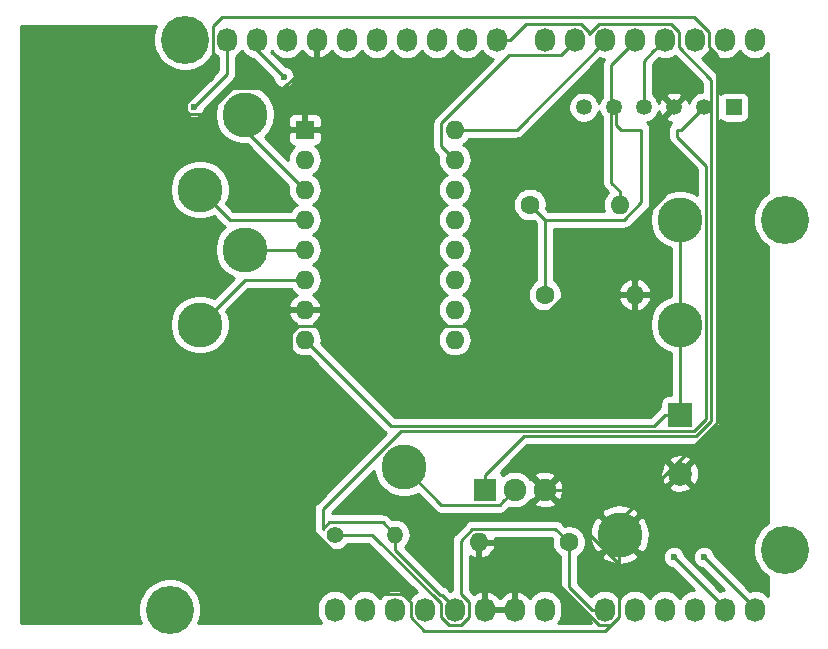
<source format=gbr>
G04 #@! TF.GenerationSoftware,KiCad,Pcbnew,(5.1.4)-1*
G04 #@! TF.CreationDate,2019-12-10T15:22:13-06:00*
G04 #@! TF.ProjectId,Autonomous_PCB,4175746f-6e6f-46d6-9f75-735f5043422e,rev?*
G04 #@! TF.SameCoordinates,Original*
G04 #@! TF.FileFunction,Copper,L1,Top*
G04 #@! TF.FilePolarity,Positive*
%FSLAX46Y46*%
G04 Gerber Fmt 4.6, Leading zero omitted, Abs format (unit mm)*
G04 Created by KiCad (PCBNEW (5.1.4)-1) date 2019-12-10 15:22:13*
%MOMM*%
%LPD*%
G04 APERTURE LIST*
%ADD10R,1.350000X1.350000*%
%ADD11C,1.350000*%
%ADD12C,1.600000*%
%ADD13O,1.600000X1.600000*%
%ADD14O,1.727200X2.032000*%
%ADD15C,4.064000*%
%ADD16R,1.600000X1.600000*%
%ADD17R,2.000000X2.000000*%
%ADD18C,2.000000*%
%ADD19C,3.800000*%
%ADD20R,1.920000X1.920000*%
%ADD21C,1.920000*%
%ADD22C,1.400000*%
%ADD23O,1.400000X1.400000*%
%ADD24C,0.600000*%
%ADD25C,0.250000*%
%ADD26C,0.254000*%
G04 APERTURE END LIST*
D10*
X172720000Y-81280000D03*
D11*
X170180000Y-81280000D03*
X167640000Y-81280000D03*
X165100000Y-81280000D03*
X162560000Y-81280000D03*
X160020000Y-81280000D03*
D12*
X155448000Y-89535000D03*
D13*
X163068000Y-89535000D03*
D14*
X138938000Y-123825000D03*
X141478000Y-123825000D03*
X144018000Y-123825000D03*
X146558000Y-123825000D03*
X149098000Y-123825000D03*
X151638000Y-123825000D03*
X154178000Y-123825000D03*
X156718000Y-123825000D03*
X161798000Y-123825000D03*
X164338000Y-123825000D03*
X166878000Y-123825000D03*
X169418000Y-123825000D03*
X171958000Y-123825000D03*
X174498000Y-123825000D03*
X129794000Y-75565000D03*
X132334000Y-75565000D03*
X134874000Y-75565000D03*
X137414000Y-75565000D03*
X139954000Y-75565000D03*
X142494000Y-75565000D03*
X145034000Y-75565000D03*
X147574000Y-75565000D03*
X150114000Y-75565000D03*
X152654000Y-75565000D03*
X156718000Y-75565000D03*
X159258000Y-75565000D03*
X161798000Y-75565000D03*
X164338000Y-75565000D03*
X166878000Y-75565000D03*
X169418000Y-75565000D03*
X171958000Y-75565000D03*
X174498000Y-75565000D03*
D15*
X124968000Y-123825000D03*
X177038000Y-118745000D03*
X126238000Y-75565000D03*
X177038000Y-90805000D03*
D16*
X136398000Y-83185000D03*
D13*
X149098000Y-100965000D03*
X136398000Y-85725000D03*
X149098000Y-98425000D03*
X136398000Y-88265000D03*
X149098000Y-95885000D03*
X136398000Y-90805000D03*
X149098000Y-93345000D03*
X136398000Y-93345000D03*
X149098000Y-90805000D03*
X136398000Y-95885000D03*
X149098000Y-88265000D03*
X136398000Y-98425000D03*
X149098000Y-85725000D03*
X136398000Y-100965000D03*
X149098000Y-83185000D03*
D17*
X168148000Y-107315000D03*
D18*
X168148000Y-112315000D03*
D19*
X144780000Y-111760000D03*
X168148000Y-90805000D03*
X131318000Y-81915000D03*
X127508000Y-88265000D03*
X131318000Y-93345000D03*
X127508000Y-99695000D03*
X168148000Y-99695000D03*
X163068000Y-117475000D03*
D20*
X151638000Y-113665000D03*
D21*
X154178000Y-113665000D03*
X156718000Y-113665000D03*
D12*
X156718000Y-97155000D03*
D13*
X164338000Y-97155000D03*
X151130000Y-118110000D03*
D12*
X158750000Y-118110000D03*
D22*
X138938000Y-117475000D03*
D23*
X144018000Y-117475000D03*
D24*
X167640000Y-119380000D03*
X134620000Y-78740000D03*
X170180000Y-119380000D03*
X127000000Y-81280000D03*
D25*
X149098000Y-123672600D02*
X149098000Y-123825000D01*
X147984400Y-122559000D02*
X149098000Y-123672600D01*
X147832000Y-122559000D02*
X147984400Y-122559000D01*
X144018000Y-117475000D02*
X144018000Y-118745000D01*
X144018000Y-118745000D02*
X147832000Y-122559000D01*
X168275000Y-83185000D02*
X170180000Y-81280000D01*
X167910000Y-83786040D02*
X167910000Y-83185000D01*
X170373001Y-86249041D02*
X167910000Y-83786040D01*
X170373001Y-107675001D02*
X170373001Y-86249041D01*
X169327991Y-108720011D02*
X170373001Y-107675001D01*
X167910000Y-83185000D02*
X168275000Y-83185000D01*
X142992999Y-116449999D02*
X138445999Y-116449999D01*
X144018000Y-117475000D02*
X142992999Y-116449999D01*
X137912999Y-116982999D02*
X137912999Y-115333999D01*
X137912999Y-115333999D02*
X144526987Y-108720011D01*
X138445999Y-116449999D02*
X137912999Y-116982999D01*
X144526987Y-108720011D02*
X169327991Y-108720011D01*
X163068000Y-117395000D02*
X163068000Y-117475000D01*
X168148000Y-112315000D02*
X163068000Y-117395000D01*
X164338000Y-96023630D02*
X164338000Y-97155000D01*
X164338000Y-91321998D02*
X164338000Y-96023630D01*
X166910000Y-88749998D02*
X164338000Y-91321998D01*
X159258000Y-113665000D02*
X163068000Y-117475000D01*
X156718000Y-113665000D02*
X159258000Y-113665000D01*
X161305662Y-125166010D02*
X157480000Y-121340348D01*
X162290338Y-125166010D02*
X161305662Y-125166010D01*
X162986610Y-124469738D02*
X162290338Y-125166010D01*
X156718000Y-113665000D02*
X162986610Y-119933610D01*
X162986610Y-119933610D02*
X162986610Y-124469738D01*
X137414000Y-76831000D02*
X137414000Y-75565000D01*
X137414000Y-76871002D02*
X137414000Y-76831000D01*
X134595003Y-79689999D02*
X137414000Y-76871002D01*
X130249999Y-79689999D02*
X134595003Y-79689999D01*
X128034997Y-81905001D02*
X130249999Y-79689999D01*
X126699999Y-81905001D02*
X128034997Y-81905001D01*
X128595001Y-74433639D02*
X128595001Y-78759997D01*
X170606610Y-74920262D02*
X169346348Y-73660000D01*
X170606610Y-76209738D02*
X170606610Y-74920262D01*
X171273020Y-108047802D02*
X171273020Y-76876148D01*
X126374999Y-80979999D02*
X126374999Y-81580001D01*
X162986610Y-124469738D02*
X162986610Y-116334212D01*
X161840328Y-125616020D02*
X162986610Y-124469738D01*
X146515672Y-125616020D02*
X161840328Y-125616020D01*
X128595001Y-78759997D02*
X126374999Y-80979999D01*
X145369390Y-124469738D02*
X146515672Y-125616020D01*
X129368640Y-73660000D02*
X128595001Y-74433639D01*
X145369390Y-123180262D02*
X145369390Y-124469738D01*
X144673118Y-122483990D02*
X145369390Y-123180262D01*
X142429988Y-122483990D02*
X144673118Y-122483990D01*
X162986610Y-116334212D02*
X171273020Y-108047802D01*
X135272999Y-115327001D02*
X142429988Y-122483990D01*
X135272999Y-100424999D02*
X135272999Y-115327001D01*
X169346348Y-73660000D02*
X129368640Y-73660000D01*
X135857999Y-99839999D02*
X135272999Y-100424999D01*
X126374999Y-81580001D02*
X126699999Y-81905001D01*
X155819999Y-99839999D02*
X135857999Y-99839999D01*
X171273020Y-76876148D02*
X170606610Y-76209738D01*
X166910000Y-88749998D02*
X155819999Y-99839999D01*
X166910000Y-82010000D02*
X167640000Y-81280000D01*
X166910000Y-88749998D02*
X166910000Y-82010000D01*
X160684400Y-123825000D02*
X161798000Y-123825000D01*
X158750000Y-121890600D02*
X160684400Y-123825000D01*
X158750000Y-118110000D02*
X158750000Y-121890600D01*
X139927949Y-117475000D02*
X138938000Y-117475000D01*
X142111590Y-117475000D02*
X139927949Y-117475000D01*
X147909390Y-123272800D02*
X142111590Y-117475000D01*
X148605662Y-125166010D02*
X147909390Y-124469738D01*
X149590338Y-125166010D02*
X148605662Y-125166010D01*
X150286610Y-124469738D02*
X149590338Y-125166010D01*
X150286610Y-123180262D02*
X150286610Y-124469738D01*
X149590338Y-122483990D02*
X150286610Y-123180262D01*
X147909390Y-124469738D02*
X147909390Y-123272800D01*
X149590338Y-117984660D02*
X149590338Y-122483990D01*
X150589999Y-116984999D02*
X149590338Y-117984660D01*
X157624999Y-116984999D02*
X150589999Y-116984999D01*
X158750000Y-118110000D02*
X157624999Y-116984999D01*
X167665400Y-119380000D02*
X167640000Y-119380000D01*
X171958000Y-123825000D02*
X171958000Y-123672600D01*
X171958000Y-123672600D02*
X167665400Y-119380000D01*
X132334000Y-76454000D02*
X132334000Y-75565000D01*
X134620000Y-78740000D02*
X132334000Y-76454000D01*
X170205400Y-119380000D02*
X170180000Y-119380000D01*
X174498000Y-123825000D02*
X174498000Y-123672600D01*
X174498000Y-123672600D02*
X170205400Y-119380000D01*
X129794000Y-78486000D02*
X129794000Y-75565000D01*
X127000000Y-81280000D02*
X129794000Y-78486000D01*
X151638000Y-112455000D02*
X151638000Y-113665000D01*
X154922979Y-109170021D02*
X151638000Y-112455000D01*
X169514391Y-109170021D02*
X154922979Y-109170021D01*
X170823010Y-107861402D02*
X169514391Y-109170021D01*
X170823010Y-78966138D02*
X170823010Y-107861402D01*
X168066610Y-76209738D02*
X170823010Y-78966138D01*
X168066610Y-74920262D02*
X168066610Y-76209738D01*
X167370338Y-74223990D02*
X168066610Y-74920262D01*
X160446610Y-75083042D02*
X161305662Y-74223990D01*
X160446610Y-74920262D02*
X160446610Y-75083042D01*
X159750338Y-74223990D02*
X160446610Y-74920262D01*
X155108610Y-74223990D02*
X159750338Y-74223990D01*
X161305662Y-74223990D02*
X167370338Y-74223990D01*
X153767600Y-75565000D02*
X155108610Y-74223990D01*
X152654000Y-75565000D02*
X153767600Y-75565000D01*
X159258000Y-75717400D02*
X159258000Y-75565000D01*
X158069390Y-76906010D02*
X159258000Y-75717400D01*
X153711988Y-76906010D02*
X158069390Y-76906010D01*
X147972999Y-82644999D02*
X153711988Y-76906010D01*
X147972999Y-84599999D02*
X147972999Y-82644999D01*
X149098000Y-85725000D02*
X147972999Y-84599999D01*
X161798000Y-75717400D02*
X161798000Y-75565000D01*
X154330400Y-83185000D02*
X161798000Y-75717400D01*
X149098000Y-83185000D02*
X154330400Y-83185000D01*
X163068000Y-88403630D02*
X163068000Y-89535000D01*
X162337989Y-87673619D02*
X163068000Y-88403630D01*
X162337989Y-77717411D02*
X162337989Y-87673619D01*
X164338000Y-75717400D02*
X162337989Y-77717411D01*
X164338000Y-75565000D02*
X164338000Y-75717400D01*
X165910000Y-76533000D02*
X166878000Y-75565000D01*
X165100000Y-77343000D02*
X165910000Y-76533000D01*
X165100000Y-81280000D02*
X165100000Y-77343000D01*
X131318000Y-83185000D02*
X131318000Y-81915000D01*
X136398000Y-88265000D02*
X131318000Y-83185000D01*
X130048000Y-90805000D02*
X127508000Y-88265000D01*
X136398000Y-90805000D02*
X130048000Y-90805000D01*
X136398000Y-93345000D02*
X131318000Y-93345000D01*
X131318000Y-95885000D02*
X127508000Y-99695000D01*
X136398000Y-95885000D02*
X131318000Y-95885000D01*
X168148000Y-107315000D02*
X168148000Y-99695000D01*
X166898000Y-107315000D02*
X168148000Y-107315000D01*
X165942999Y-108270001D02*
X166898000Y-107315000D01*
X143703001Y-108270001D02*
X165942999Y-108270001D01*
X136398000Y-100965000D02*
X143703001Y-108270001D01*
X168148000Y-99695000D02*
X168148000Y-90805000D01*
X153218001Y-114624999D02*
X154178000Y-113665000D01*
X152892999Y-114950001D02*
X153218001Y-114624999D01*
X147970001Y-114950001D02*
X152892999Y-114950001D01*
X144780000Y-111760000D02*
X147970001Y-114950001D01*
X156718000Y-90805000D02*
X155448000Y-89535000D01*
X156718000Y-97155000D02*
X156718000Y-90805000D01*
X163463002Y-90805000D02*
X156718000Y-90805000D01*
X164910000Y-89358002D02*
X163463002Y-90805000D01*
X164910000Y-83185000D02*
X164910000Y-89358002D01*
X162787999Y-82777999D02*
X162787999Y-81280000D01*
X164910000Y-83185000D02*
X163195000Y-83185000D01*
X163195000Y-83185000D02*
X162787999Y-82777999D01*
D26*
G36*
X123673492Y-74787065D02*
G01*
X123571000Y-75302323D01*
X123571000Y-75827677D01*
X123673492Y-76342935D01*
X123874536Y-76828298D01*
X124166406Y-77265113D01*
X124537887Y-77636594D01*
X124974702Y-77928464D01*
X125460065Y-78129508D01*
X125975323Y-78232000D01*
X126500677Y-78232000D01*
X127015935Y-78129508D01*
X127501298Y-77928464D01*
X127938113Y-77636594D01*
X128309594Y-77265113D01*
X128601464Y-76828298D01*
X128657001Y-76694219D01*
X128729203Y-76782197D01*
X128957395Y-76969469D01*
X129034001Y-77010416D01*
X129034000Y-78171198D01*
X126848352Y-80356847D01*
X126727271Y-80380932D01*
X126557111Y-80451414D01*
X126403972Y-80553738D01*
X126273738Y-80683972D01*
X126171414Y-80837111D01*
X126100932Y-81007271D01*
X126065000Y-81187911D01*
X126065000Y-81372089D01*
X126100932Y-81552729D01*
X126171414Y-81722889D01*
X126273738Y-81876028D01*
X126403972Y-82006262D01*
X126557111Y-82108586D01*
X126727271Y-82179068D01*
X126907911Y-82215000D01*
X127092089Y-82215000D01*
X127272729Y-82179068D01*
X127442889Y-82108586D01*
X127596028Y-82006262D01*
X127726262Y-81876028D01*
X127828586Y-81722889D01*
X127899068Y-81552729D01*
X127923153Y-81431648D01*
X130305004Y-79049798D01*
X130334001Y-79026001D01*
X130428974Y-78910276D01*
X130499546Y-78778247D01*
X130543003Y-78634986D01*
X130554000Y-78523333D01*
X130554000Y-78523325D01*
X130557676Y-78486000D01*
X130554000Y-78448675D01*
X130554000Y-77010416D01*
X130630606Y-76969469D01*
X130858797Y-76782197D01*
X131046069Y-76554006D01*
X131064000Y-76520459D01*
X131081931Y-76554006D01*
X131269203Y-76782197D01*
X131497395Y-76969469D01*
X131757737Y-77108625D01*
X131981789Y-77176590D01*
X133696847Y-78891649D01*
X133720932Y-79012729D01*
X133791414Y-79182889D01*
X133893738Y-79336028D01*
X134023972Y-79466262D01*
X134177111Y-79568586D01*
X134347271Y-79639068D01*
X134527911Y-79675000D01*
X134712089Y-79675000D01*
X134892729Y-79639068D01*
X135062889Y-79568586D01*
X135216028Y-79466262D01*
X135346262Y-79336028D01*
X135448586Y-79182889D01*
X135519068Y-79012729D01*
X135555000Y-78832089D01*
X135555000Y-78647911D01*
X135519068Y-78467271D01*
X135448586Y-78297111D01*
X135346262Y-78143972D01*
X135216028Y-78013738D01*
X135062889Y-77911414D01*
X134892729Y-77840932D01*
X134771649Y-77816847D01*
X133551243Y-76596442D01*
X133586069Y-76554006D01*
X133604000Y-76520459D01*
X133621931Y-76554006D01*
X133809203Y-76782197D01*
X134037395Y-76969469D01*
X134297737Y-77108625D01*
X134580224Y-77194316D01*
X134874000Y-77223251D01*
X135167777Y-77194316D01*
X135450264Y-77108625D01*
X135710606Y-76969469D01*
X135938797Y-76782197D01*
X136126069Y-76554006D01*
X136147424Y-76514053D01*
X136295514Y-76716729D01*
X136511965Y-76915733D01*
X136763081Y-77068686D01*
X137039211Y-77169709D01*
X137054974Y-77172358D01*
X137287000Y-77051217D01*
X137287000Y-75692000D01*
X137267000Y-75692000D01*
X137267000Y-75438000D01*
X137287000Y-75438000D01*
X137287000Y-75418000D01*
X137541000Y-75418000D01*
X137541000Y-75438000D01*
X137561000Y-75438000D01*
X137561000Y-75692000D01*
X137541000Y-75692000D01*
X137541000Y-77051217D01*
X137773026Y-77172358D01*
X137788789Y-77169709D01*
X138064919Y-77068686D01*
X138316035Y-76915733D01*
X138532486Y-76716729D01*
X138680576Y-76514053D01*
X138701931Y-76554006D01*
X138889203Y-76782197D01*
X139117395Y-76969469D01*
X139377737Y-77108625D01*
X139660224Y-77194316D01*
X139954000Y-77223251D01*
X140247777Y-77194316D01*
X140530264Y-77108625D01*
X140790606Y-76969469D01*
X141018797Y-76782197D01*
X141206069Y-76554006D01*
X141224000Y-76520459D01*
X141241931Y-76554006D01*
X141429203Y-76782197D01*
X141657395Y-76969469D01*
X141917737Y-77108625D01*
X142200224Y-77194316D01*
X142494000Y-77223251D01*
X142787777Y-77194316D01*
X143070264Y-77108625D01*
X143330606Y-76969469D01*
X143558797Y-76782197D01*
X143746069Y-76554006D01*
X143764000Y-76520459D01*
X143781931Y-76554006D01*
X143969203Y-76782197D01*
X144197395Y-76969469D01*
X144457737Y-77108625D01*
X144740224Y-77194316D01*
X145034000Y-77223251D01*
X145327777Y-77194316D01*
X145610264Y-77108625D01*
X145870606Y-76969469D01*
X146098797Y-76782197D01*
X146286069Y-76554006D01*
X146304000Y-76520459D01*
X146321931Y-76554006D01*
X146509203Y-76782197D01*
X146737395Y-76969469D01*
X146997737Y-77108625D01*
X147280224Y-77194316D01*
X147574000Y-77223251D01*
X147867777Y-77194316D01*
X148150264Y-77108625D01*
X148410606Y-76969469D01*
X148638797Y-76782197D01*
X148826069Y-76554006D01*
X148844000Y-76520459D01*
X148861931Y-76554006D01*
X149049203Y-76782197D01*
X149277395Y-76969469D01*
X149537737Y-77108625D01*
X149820224Y-77194316D01*
X150114000Y-77223251D01*
X150407777Y-77194316D01*
X150690264Y-77108625D01*
X150950606Y-76969469D01*
X151178797Y-76782197D01*
X151366069Y-76554006D01*
X151384000Y-76520459D01*
X151401931Y-76554006D01*
X151589203Y-76782197D01*
X151817395Y-76969469D01*
X152077737Y-77108625D01*
X152351520Y-77191676D01*
X147461997Y-82081200D01*
X147432999Y-82104998D01*
X147409201Y-82133996D01*
X147409200Y-82133997D01*
X147338025Y-82220723D01*
X147267453Y-82352753D01*
X147246653Y-82421324D01*
X147227110Y-82485753D01*
X147223997Y-82496014D01*
X147209323Y-82644999D01*
X147213000Y-82682331D01*
X147212999Y-84562676D01*
X147209323Y-84599999D01*
X147212999Y-84637321D01*
X147212999Y-84637331D01*
X147223996Y-84748984D01*
X147267453Y-84892245D01*
X147338025Y-85024275D01*
X147377870Y-85072825D01*
X147432998Y-85140000D01*
X147462001Y-85163803D01*
X147697292Y-85399094D01*
X147683764Y-85443691D01*
X147656057Y-85725000D01*
X147683764Y-86006309D01*
X147765818Y-86276808D01*
X147899068Y-86526101D01*
X148078392Y-86744608D01*
X148296899Y-86923932D01*
X148429858Y-86995000D01*
X148296899Y-87066068D01*
X148078392Y-87245392D01*
X147899068Y-87463899D01*
X147765818Y-87713192D01*
X147683764Y-87983691D01*
X147656057Y-88265000D01*
X147683764Y-88546309D01*
X147765818Y-88816808D01*
X147899068Y-89066101D01*
X148078392Y-89284608D01*
X148296899Y-89463932D01*
X148429858Y-89535000D01*
X148296899Y-89606068D01*
X148078392Y-89785392D01*
X147899068Y-90003899D01*
X147765818Y-90253192D01*
X147683764Y-90523691D01*
X147656057Y-90805000D01*
X147683764Y-91086309D01*
X147765818Y-91356808D01*
X147899068Y-91606101D01*
X148078392Y-91824608D01*
X148296899Y-92003932D01*
X148429858Y-92075000D01*
X148296899Y-92146068D01*
X148078392Y-92325392D01*
X147899068Y-92543899D01*
X147765818Y-92793192D01*
X147683764Y-93063691D01*
X147656057Y-93345000D01*
X147683764Y-93626309D01*
X147765818Y-93896808D01*
X147899068Y-94146101D01*
X148078392Y-94364608D01*
X148296899Y-94543932D01*
X148429858Y-94615000D01*
X148296899Y-94686068D01*
X148078392Y-94865392D01*
X147899068Y-95083899D01*
X147765818Y-95333192D01*
X147683764Y-95603691D01*
X147656057Y-95885000D01*
X147683764Y-96166309D01*
X147765818Y-96436808D01*
X147899068Y-96686101D01*
X148078392Y-96904608D01*
X148296899Y-97083932D01*
X148429858Y-97155000D01*
X148296899Y-97226068D01*
X148078392Y-97405392D01*
X147899068Y-97623899D01*
X147765818Y-97873192D01*
X147683764Y-98143691D01*
X147656057Y-98425000D01*
X147683764Y-98706309D01*
X147765818Y-98976808D01*
X147899068Y-99226101D01*
X148078392Y-99444608D01*
X148296899Y-99623932D01*
X148429858Y-99695000D01*
X148296899Y-99766068D01*
X148078392Y-99945392D01*
X147899068Y-100163899D01*
X147765818Y-100413192D01*
X147683764Y-100683691D01*
X147656057Y-100965000D01*
X147683764Y-101246309D01*
X147765818Y-101516808D01*
X147899068Y-101766101D01*
X148078392Y-101984608D01*
X148296899Y-102163932D01*
X148546192Y-102297182D01*
X148816691Y-102379236D01*
X149027508Y-102400000D01*
X149168492Y-102400000D01*
X149379309Y-102379236D01*
X149649808Y-102297182D01*
X149899101Y-102163932D01*
X150117608Y-101984608D01*
X150296932Y-101766101D01*
X150430182Y-101516808D01*
X150512236Y-101246309D01*
X150539943Y-100965000D01*
X150512236Y-100683691D01*
X150430182Y-100413192D01*
X150296932Y-100163899D01*
X150117608Y-99945392D01*
X149899101Y-99766068D01*
X149766142Y-99695000D01*
X149899101Y-99623932D01*
X150117608Y-99444608D01*
X150296932Y-99226101D01*
X150430182Y-98976808D01*
X150512236Y-98706309D01*
X150539943Y-98425000D01*
X150512236Y-98143691D01*
X150430182Y-97873192D01*
X150296932Y-97623899D01*
X150117608Y-97405392D01*
X149899101Y-97226068D01*
X149766142Y-97155000D01*
X149899101Y-97083932D01*
X150117608Y-96904608D01*
X150296932Y-96686101D01*
X150430182Y-96436808D01*
X150512236Y-96166309D01*
X150539943Y-95885000D01*
X150512236Y-95603691D01*
X150430182Y-95333192D01*
X150296932Y-95083899D01*
X150117608Y-94865392D01*
X149899101Y-94686068D01*
X149766142Y-94615000D01*
X149899101Y-94543932D01*
X150117608Y-94364608D01*
X150296932Y-94146101D01*
X150430182Y-93896808D01*
X150512236Y-93626309D01*
X150539943Y-93345000D01*
X150512236Y-93063691D01*
X150430182Y-92793192D01*
X150296932Y-92543899D01*
X150117608Y-92325392D01*
X149899101Y-92146068D01*
X149766142Y-92075000D01*
X149899101Y-92003932D01*
X150117608Y-91824608D01*
X150296932Y-91606101D01*
X150430182Y-91356808D01*
X150512236Y-91086309D01*
X150539943Y-90805000D01*
X150512236Y-90523691D01*
X150430182Y-90253192D01*
X150296932Y-90003899D01*
X150117608Y-89785392D01*
X149899101Y-89606068D01*
X149766142Y-89535000D01*
X149899101Y-89463932D01*
X150117608Y-89284608D01*
X150296932Y-89066101D01*
X150430182Y-88816808D01*
X150512236Y-88546309D01*
X150539943Y-88265000D01*
X150512236Y-87983691D01*
X150430182Y-87713192D01*
X150296932Y-87463899D01*
X150117608Y-87245392D01*
X149899101Y-87066068D01*
X149766142Y-86995000D01*
X149899101Y-86923932D01*
X150117608Y-86744608D01*
X150296932Y-86526101D01*
X150430182Y-86276808D01*
X150512236Y-86006309D01*
X150539943Y-85725000D01*
X150512236Y-85443691D01*
X150430182Y-85173192D01*
X150296932Y-84923899D01*
X150117608Y-84705392D01*
X149899101Y-84526068D01*
X149766142Y-84455000D01*
X149899101Y-84383932D01*
X150117608Y-84204608D01*
X150296932Y-83986101D01*
X150318901Y-83945000D01*
X154293078Y-83945000D01*
X154330400Y-83948676D01*
X154367722Y-83945000D01*
X154367733Y-83945000D01*
X154479386Y-83934003D01*
X154622647Y-83890546D01*
X154754676Y-83819974D01*
X154870401Y-83725001D01*
X154894204Y-83695997D01*
X161421101Y-77169101D01*
X161504224Y-77194316D01*
X161763182Y-77219822D01*
X161742860Y-77244585D01*
X161703015Y-77293135D01*
X161636800Y-77417013D01*
X161632443Y-77425165D01*
X161588986Y-77568426D01*
X161577989Y-77680079D01*
X161577989Y-77680089D01*
X161574313Y-77717411D01*
X161577989Y-77754733D01*
X161577989Y-80409390D01*
X161542456Y-80444923D01*
X161399093Y-80659482D01*
X161300342Y-80897887D01*
X161290000Y-80949880D01*
X161279658Y-80897887D01*
X161180907Y-80659482D01*
X161037544Y-80444923D01*
X160855077Y-80262456D01*
X160640518Y-80119093D01*
X160402113Y-80020342D01*
X160149024Y-79970000D01*
X159890976Y-79970000D01*
X159637887Y-80020342D01*
X159399482Y-80119093D01*
X159184923Y-80262456D01*
X159002456Y-80444923D01*
X158859093Y-80659482D01*
X158760342Y-80897887D01*
X158710000Y-81150976D01*
X158710000Y-81409024D01*
X158760342Y-81662113D01*
X158859093Y-81900518D01*
X159002456Y-82115077D01*
X159184923Y-82297544D01*
X159399482Y-82440907D01*
X159637887Y-82539658D01*
X159890976Y-82590000D01*
X160149024Y-82590000D01*
X160402113Y-82539658D01*
X160640518Y-82440907D01*
X160855077Y-82297544D01*
X161037544Y-82115077D01*
X161180907Y-81900518D01*
X161279658Y-81662113D01*
X161290000Y-81610120D01*
X161300342Y-81662113D01*
X161399093Y-81900518D01*
X161542456Y-82115077D01*
X161577989Y-82150610D01*
X161577990Y-87636287D01*
X161574313Y-87673619D01*
X161588987Y-87822604D01*
X161632443Y-87965865D01*
X161703015Y-88097895D01*
X161735929Y-88138000D01*
X161797989Y-88213620D01*
X161826986Y-88237418D01*
X162079462Y-88489894D01*
X162048392Y-88515392D01*
X161869068Y-88733899D01*
X161735818Y-88983192D01*
X161653764Y-89253691D01*
X161626057Y-89535000D01*
X161653764Y-89816309D01*
X161723136Y-90045000D01*
X157032802Y-90045000D01*
X156846688Y-89858886D01*
X156883000Y-89676335D01*
X156883000Y-89393665D01*
X156827853Y-89116426D01*
X156719680Y-88855273D01*
X156562637Y-88620241D01*
X156362759Y-88420363D01*
X156127727Y-88263320D01*
X155866574Y-88155147D01*
X155589335Y-88100000D01*
X155306665Y-88100000D01*
X155029426Y-88155147D01*
X154768273Y-88263320D01*
X154533241Y-88420363D01*
X154333363Y-88620241D01*
X154176320Y-88855273D01*
X154068147Y-89116426D01*
X154013000Y-89393665D01*
X154013000Y-89676335D01*
X154068147Y-89953574D01*
X154176320Y-90214727D01*
X154333363Y-90449759D01*
X154533241Y-90649637D01*
X154768273Y-90806680D01*
X155029426Y-90914853D01*
X155306665Y-90970000D01*
X155589335Y-90970000D01*
X155771886Y-90933688D01*
X155958001Y-91119803D01*
X155958000Y-95936956D01*
X155803241Y-96040363D01*
X155603363Y-96240241D01*
X155446320Y-96475273D01*
X155338147Y-96736426D01*
X155283000Y-97013665D01*
X155283000Y-97296335D01*
X155338147Y-97573574D01*
X155446320Y-97834727D01*
X155603363Y-98069759D01*
X155803241Y-98269637D01*
X156038273Y-98426680D01*
X156299426Y-98534853D01*
X156576665Y-98590000D01*
X156859335Y-98590000D01*
X157136574Y-98534853D01*
X157397727Y-98426680D01*
X157632759Y-98269637D01*
X157832637Y-98069759D01*
X157989680Y-97834727D01*
X158097853Y-97573574D01*
X158111684Y-97504039D01*
X162946096Y-97504039D01*
X162986754Y-97638087D01*
X163106963Y-97892420D01*
X163274481Y-98118414D01*
X163482869Y-98307385D01*
X163724119Y-98452070D01*
X163988960Y-98546909D01*
X164211000Y-98425624D01*
X164211000Y-97282000D01*
X164465000Y-97282000D01*
X164465000Y-98425624D01*
X164687040Y-98546909D01*
X164951881Y-98452070D01*
X165193131Y-98307385D01*
X165401519Y-98118414D01*
X165569037Y-97892420D01*
X165689246Y-97638087D01*
X165729904Y-97504039D01*
X165607915Y-97282000D01*
X164465000Y-97282000D01*
X164211000Y-97282000D01*
X163068085Y-97282000D01*
X162946096Y-97504039D01*
X158111684Y-97504039D01*
X158153000Y-97296335D01*
X158153000Y-97013665D01*
X158111685Y-96805961D01*
X162946096Y-96805961D01*
X163068085Y-97028000D01*
X164211000Y-97028000D01*
X164211000Y-95884376D01*
X164465000Y-95884376D01*
X164465000Y-97028000D01*
X165607915Y-97028000D01*
X165729904Y-96805961D01*
X165689246Y-96671913D01*
X165569037Y-96417580D01*
X165401519Y-96191586D01*
X165193131Y-96002615D01*
X164951881Y-95857930D01*
X164687040Y-95763091D01*
X164465000Y-95884376D01*
X164211000Y-95884376D01*
X163988960Y-95763091D01*
X163724119Y-95857930D01*
X163482869Y-96002615D01*
X163274481Y-96191586D01*
X163106963Y-96417580D01*
X162986754Y-96671913D01*
X162946096Y-96805961D01*
X158111685Y-96805961D01*
X158097853Y-96736426D01*
X157989680Y-96475273D01*
X157832637Y-96240241D01*
X157632759Y-96040363D01*
X157478000Y-95936957D01*
X157478000Y-91565000D01*
X163425680Y-91565000D01*
X163463002Y-91568676D01*
X163500324Y-91565000D01*
X163500335Y-91565000D01*
X163611988Y-91554003D01*
X163755249Y-91510546D01*
X163887278Y-91439974D01*
X164003003Y-91345001D01*
X164026806Y-91315997D01*
X165421003Y-89921801D01*
X165450001Y-89898003D01*
X165544974Y-89782278D01*
X165615546Y-89650249D01*
X165659003Y-89506988D01*
X165670000Y-89395335D01*
X165670000Y-89395326D01*
X165673676Y-89358003D01*
X165670000Y-89320680D01*
X165670000Y-83222332D01*
X165673677Y-83185000D01*
X165662375Y-83070245D01*
X165659003Y-83036014D01*
X165615546Y-82892753D01*
X165544974Y-82760724D01*
X165450001Y-82644999D01*
X165421003Y-82621201D01*
X165352949Y-82565350D01*
X165482113Y-82539658D01*
X165720518Y-82440907D01*
X165935077Y-82297544D01*
X166117544Y-82115077D01*
X166260907Y-81900518D01*
X166359658Y-81662113D01*
X166368488Y-81617720D01*
X166454741Y-81852633D01*
X166505379Y-81947370D01*
X166736600Y-82003795D01*
X167460395Y-81280000D01*
X166736600Y-80556205D01*
X166505379Y-80612630D01*
X166396983Y-80846808D01*
X166370934Y-80954576D01*
X166359658Y-80897887D01*
X166260907Y-80659482D01*
X166117544Y-80444923D01*
X166049221Y-80376600D01*
X166916205Y-80376600D01*
X167640000Y-81100395D01*
X168363795Y-80376600D01*
X168307370Y-80145379D01*
X168073192Y-80036983D01*
X167822367Y-79976355D01*
X167564535Y-79965826D01*
X167309602Y-80005800D01*
X167067367Y-80094741D01*
X166972630Y-80145379D01*
X166916205Y-80376600D01*
X166049221Y-80376600D01*
X165935077Y-80262456D01*
X165860000Y-80212291D01*
X165860000Y-77657801D01*
X166384171Y-77133631D01*
X166584224Y-77194316D01*
X166878000Y-77223251D01*
X167171777Y-77194316D01*
X167454264Y-77108625D01*
X167714606Y-76969469D01*
X167734892Y-76952821D01*
X170063010Y-79280940D01*
X170063010Y-79970000D01*
X170050976Y-79970000D01*
X169797887Y-80020342D01*
X169559482Y-80119093D01*
X169344923Y-80262456D01*
X169162456Y-80444923D01*
X169019093Y-80659482D01*
X168920342Y-80897887D01*
X168911512Y-80942280D01*
X168825259Y-80707367D01*
X168774621Y-80612630D01*
X168543400Y-80556205D01*
X167819605Y-81280000D01*
X167833748Y-81294143D01*
X167654143Y-81473748D01*
X167640000Y-81459605D01*
X166916205Y-82183400D01*
X166972630Y-82414621D01*
X167206808Y-82523017D01*
X167447688Y-82581241D01*
X167369999Y-82644999D01*
X167275026Y-82760724D01*
X167204454Y-82892753D01*
X167160997Y-83036014D01*
X167157626Y-83070245D01*
X167146323Y-83185000D01*
X167150000Y-83222332D01*
X167150000Y-83748718D01*
X167146324Y-83786040D01*
X167150000Y-83823362D01*
X167150000Y-83823372D01*
X167160997Y-83935025D01*
X167204454Y-84078286D01*
X167275026Y-84210316D01*
X167314871Y-84258866D01*
X167369999Y-84326041D01*
X167399003Y-84349844D01*
X169613002Y-86563845D01*
X169613002Y-88735064D01*
X169348773Y-88558512D01*
X168887432Y-88367418D01*
X168397676Y-88270000D01*
X167898324Y-88270000D01*
X167408568Y-88367418D01*
X166947227Y-88558512D01*
X166532032Y-88835937D01*
X166178937Y-89189032D01*
X165901512Y-89604227D01*
X165710418Y-90065568D01*
X165613000Y-90555324D01*
X165613000Y-91054676D01*
X165710418Y-91544432D01*
X165901512Y-92005773D01*
X166178937Y-92420968D01*
X166532032Y-92774063D01*
X166947227Y-93051488D01*
X167388001Y-93234063D01*
X167388000Y-97265937D01*
X166947227Y-97448512D01*
X166532032Y-97725937D01*
X166178937Y-98079032D01*
X165901512Y-98494227D01*
X165710418Y-98955568D01*
X165613000Y-99445324D01*
X165613000Y-99944676D01*
X165710418Y-100434432D01*
X165901512Y-100895773D01*
X166178937Y-101310968D01*
X166532032Y-101664063D01*
X166947227Y-101941488D01*
X167388001Y-102124063D01*
X167388000Y-105676928D01*
X167148000Y-105676928D01*
X167023518Y-105689188D01*
X166903820Y-105725498D01*
X166793506Y-105784463D01*
X166696815Y-105863815D01*
X166617463Y-105960506D01*
X166558498Y-106070820D01*
X166522188Y-106190518D01*
X166509928Y-106315000D01*
X166509928Y-106660674D01*
X166473724Y-106680026D01*
X166357999Y-106774999D01*
X166334201Y-106803997D01*
X165628198Y-107510001D01*
X144017804Y-107510001D01*
X137798708Y-101290906D01*
X137812236Y-101246309D01*
X137839943Y-100965000D01*
X137812236Y-100683691D01*
X137730182Y-100413192D01*
X137596932Y-100163899D01*
X137417608Y-99945392D01*
X137199101Y-99766068D01*
X137061318Y-99692421D01*
X137253131Y-99577385D01*
X137461519Y-99388414D01*
X137629037Y-99162420D01*
X137749246Y-98908087D01*
X137789904Y-98774039D01*
X137667915Y-98552000D01*
X136525000Y-98552000D01*
X136525000Y-98572000D01*
X136271000Y-98572000D01*
X136271000Y-98552000D01*
X135128085Y-98552000D01*
X135006096Y-98774039D01*
X135046754Y-98908087D01*
X135166963Y-99162420D01*
X135334481Y-99388414D01*
X135542869Y-99577385D01*
X135734682Y-99692421D01*
X135596899Y-99766068D01*
X135378392Y-99945392D01*
X135199068Y-100163899D01*
X135065818Y-100413192D01*
X134983764Y-100683691D01*
X134956057Y-100965000D01*
X134983764Y-101246309D01*
X135065818Y-101516808D01*
X135199068Y-101766101D01*
X135378392Y-101984608D01*
X135596899Y-102163932D01*
X135846192Y-102297182D01*
X136116691Y-102379236D01*
X136327508Y-102400000D01*
X136468492Y-102400000D01*
X136679309Y-102379236D01*
X136723906Y-102365708D01*
X143139206Y-108781009D01*
X143163000Y-108810002D01*
X143191993Y-108833796D01*
X143191997Y-108833800D01*
X143262686Y-108891812D01*
X143272407Y-108899790D01*
X137401997Y-114770200D01*
X137372999Y-114793998D01*
X137349201Y-114822996D01*
X137349200Y-114822997D01*
X137278025Y-114909723D01*
X137207453Y-115041753D01*
X137163997Y-115185014D01*
X137149323Y-115333999D01*
X137153000Y-115371331D01*
X137152999Y-116945676D01*
X137149323Y-116982999D01*
X137152999Y-117020321D01*
X137152999Y-117020331D01*
X137163996Y-117131984D01*
X137207453Y-117275245D01*
X137278025Y-117407275D01*
X137355781Y-117502021D01*
X137372998Y-117523000D01*
X137488723Y-117617973D01*
X137619153Y-117687690D01*
X137654304Y-117864405D01*
X137754939Y-118107359D01*
X137901038Y-118326013D01*
X138086987Y-118511962D01*
X138305641Y-118658061D01*
X138548595Y-118758696D01*
X138806514Y-118810000D01*
X139069486Y-118810000D01*
X139327405Y-118758696D01*
X139570359Y-118658061D01*
X139789013Y-118511962D01*
X139974962Y-118326013D01*
X140035775Y-118235000D01*
X141796789Y-118235000D01*
X145891431Y-122329644D01*
X145721394Y-122420531D01*
X145493203Y-122607803D01*
X145305931Y-122835995D01*
X145288000Y-122869541D01*
X145270069Y-122835994D01*
X145082797Y-122607803D01*
X144854605Y-122420531D01*
X144594263Y-122281375D01*
X144311776Y-122195684D01*
X144018000Y-122166749D01*
X143724223Y-122195684D01*
X143441736Y-122281375D01*
X143181394Y-122420531D01*
X142953203Y-122607803D01*
X142765931Y-122835995D01*
X142748000Y-122869541D01*
X142730069Y-122835994D01*
X142542797Y-122607803D01*
X142314605Y-122420531D01*
X142054263Y-122281375D01*
X141771776Y-122195684D01*
X141478000Y-122166749D01*
X141184223Y-122195684D01*
X140901736Y-122281375D01*
X140641394Y-122420531D01*
X140413203Y-122607803D01*
X140225931Y-122835995D01*
X140208000Y-122869541D01*
X140190069Y-122835994D01*
X140002797Y-122607803D01*
X139774605Y-122420531D01*
X139514263Y-122281375D01*
X139231776Y-122195684D01*
X138938000Y-122166749D01*
X138644223Y-122195684D01*
X138361736Y-122281375D01*
X138101394Y-122420531D01*
X137873203Y-122607803D01*
X137685931Y-122835995D01*
X137546775Y-123096337D01*
X137461084Y-123378824D01*
X137439400Y-123598982D01*
X137439400Y-124051019D01*
X137461084Y-124271177D01*
X137546775Y-124553664D01*
X137685931Y-124814006D01*
X137812311Y-124968000D01*
X127381293Y-124968000D01*
X127532508Y-124602935D01*
X127635000Y-124087677D01*
X127635000Y-123562323D01*
X127532508Y-123047065D01*
X127331464Y-122561702D01*
X127039594Y-122124887D01*
X126668113Y-121753406D01*
X126231298Y-121461536D01*
X125745935Y-121260492D01*
X125230677Y-121158000D01*
X124705323Y-121158000D01*
X124190065Y-121260492D01*
X123704702Y-121461536D01*
X123267887Y-121753406D01*
X122896406Y-122124887D01*
X122604536Y-122561702D01*
X122403492Y-123047065D01*
X122301000Y-123562323D01*
X122301000Y-124087677D01*
X122403492Y-124602935D01*
X122554707Y-124968000D01*
X112395000Y-124968000D01*
X112395000Y-88015324D01*
X124973000Y-88015324D01*
X124973000Y-88514676D01*
X125070418Y-89004432D01*
X125261512Y-89465773D01*
X125538937Y-89880968D01*
X125892032Y-90234063D01*
X126307227Y-90511488D01*
X126768568Y-90702582D01*
X127258324Y-90800000D01*
X127757676Y-90800000D01*
X128247432Y-90702582D01*
X128688205Y-90520007D01*
X129484205Y-91316008D01*
X129507999Y-91345001D01*
X129536992Y-91368795D01*
X129536996Y-91368799D01*
X129607685Y-91426811D01*
X129623724Y-91439974D01*
X129633024Y-91444945D01*
X129348937Y-91729032D01*
X129071512Y-92144227D01*
X128880418Y-92605568D01*
X128783000Y-93095324D01*
X128783000Y-93594676D01*
X128880418Y-94084432D01*
X129071512Y-94545773D01*
X129348937Y-94960968D01*
X129702032Y-95314063D01*
X130117227Y-95591488D01*
X130413846Y-95714352D01*
X128688206Y-97439993D01*
X128247432Y-97257418D01*
X127757676Y-97160000D01*
X127258324Y-97160000D01*
X126768568Y-97257418D01*
X126307227Y-97448512D01*
X125892032Y-97725937D01*
X125538937Y-98079032D01*
X125261512Y-98494227D01*
X125070418Y-98955568D01*
X124973000Y-99445324D01*
X124973000Y-99944676D01*
X125070418Y-100434432D01*
X125261512Y-100895773D01*
X125538937Y-101310968D01*
X125892032Y-101664063D01*
X126307227Y-101941488D01*
X126768568Y-102132582D01*
X127258324Y-102230000D01*
X127757676Y-102230000D01*
X128247432Y-102132582D01*
X128708773Y-101941488D01*
X129123968Y-101664063D01*
X129477063Y-101310968D01*
X129754488Y-100895773D01*
X129945582Y-100434432D01*
X130043000Y-99944676D01*
X130043000Y-99445324D01*
X129945582Y-98955568D01*
X129763007Y-98514794D01*
X131632802Y-96645000D01*
X135177099Y-96645000D01*
X135199068Y-96686101D01*
X135378392Y-96904608D01*
X135596899Y-97083932D01*
X135734682Y-97157579D01*
X135542869Y-97272615D01*
X135334481Y-97461586D01*
X135166963Y-97687580D01*
X135046754Y-97941913D01*
X135006096Y-98075961D01*
X135128085Y-98298000D01*
X136271000Y-98298000D01*
X136271000Y-98278000D01*
X136525000Y-98278000D01*
X136525000Y-98298000D01*
X137667915Y-98298000D01*
X137789904Y-98075961D01*
X137749246Y-97941913D01*
X137629037Y-97687580D01*
X137461519Y-97461586D01*
X137253131Y-97272615D01*
X137061318Y-97157579D01*
X137199101Y-97083932D01*
X137417608Y-96904608D01*
X137596932Y-96686101D01*
X137730182Y-96436808D01*
X137812236Y-96166309D01*
X137839943Y-95885000D01*
X137812236Y-95603691D01*
X137730182Y-95333192D01*
X137596932Y-95083899D01*
X137417608Y-94865392D01*
X137199101Y-94686068D01*
X137066142Y-94615000D01*
X137199101Y-94543932D01*
X137417608Y-94364608D01*
X137596932Y-94146101D01*
X137730182Y-93896808D01*
X137812236Y-93626309D01*
X137839943Y-93345000D01*
X137812236Y-93063691D01*
X137730182Y-92793192D01*
X137596932Y-92543899D01*
X137417608Y-92325392D01*
X137199101Y-92146068D01*
X137066142Y-92075000D01*
X137199101Y-92003932D01*
X137417608Y-91824608D01*
X137596932Y-91606101D01*
X137730182Y-91356808D01*
X137812236Y-91086309D01*
X137839943Y-90805000D01*
X137812236Y-90523691D01*
X137730182Y-90253192D01*
X137596932Y-90003899D01*
X137417608Y-89785392D01*
X137199101Y-89606068D01*
X137066142Y-89535000D01*
X137199101Y-89463932D01*
X137417608Y-89284608D01*
X137596932Y-89066101D01*
X137730182Y-88816808D01*
X137812236Y-88546309D01*
X137839943Y-88265000D01*
X137812236Y-87983691D01*
X137730182Y-87713192D01*
X137596932Y-87463899D01*
X137417608Y-87245392D01*
X137199101Y-87066068D01*
X137066142Y-86995000D01*
X137199101Y-86923932D01*
X137417608Y-86744608D01*
X137596932Y-86526101D01*
X137730182Y-86276808D01*
X137812236Y-86006309D01*
X137839943Y-85725000D01*
X137812236Y-85443691D01*
X137730182Y-85173192D01*
X137596932Y-84923899D01*
X137417608Y-84705392D01*
X137304518Y-84612581D01*
X137322482Y-84610812D01*
X137442180Y-84574502D01*
X137552494Y-84515537D01*
X137649185Y-84436185D01*
X137728537Y-84339494D01*
X137787502Y-84229180D01*
X137823812Y-84109482D01*
X137836072Y-83985000D01*
X137833000Y-83470750D01*
X137674250Y-83312000D01*
X136525000Y-83312000D01*
X136525000Y-83332000D01*
X136271000Y-83332000D01*
X136271000Y-83312000D01*
X135121750Y-83312000D01*
X134963000Y-83470750D01*
X134959928Y-83985000D01*
X134972188Y-84109482D01*
X135008498Y-84229180D01*
X135067463Y-84339494D01*
X135146815Y-84436185D01*
X135243506Y-84515537D01*
X135353820Y-84574502D01*
X135473518Y-84610812D01*
X135491482Y-84612581D01*
X135378392Y-84705392D01*
X135199068Y-84923899D01*
X135065818Y-85173192D01*
X134983764Y-85443691D01*
X134956057Y-85725000D01*
X134958598Y-85750796D01*
X133012916Y-83805115D01*
X133287063Y-83530968D01*
X133564488Y-83115773D01*
X133755582Y-82654432D01*
X133809175Y-82385000D01*
X134959928Y-82385000D01*
X134963000Y-82899250D01*
X135121750Y-83058000D01*
X136271000Y-83058000D01*
X136271000Y-81908750D01*
X136525000Y-81908750D01*
X136525000Y-83058000D01*
X137674250Y-83058000D01*
X137833000Y-82899250D01*
X137836072Y-82385000D01*
X137823812Y-82260518D01*
X137787502Y-82140820D01*
X137728537Y-82030506D01*
X137649185Y-81933815D01*
X137552494Y-81854463D01*
X137442180Y-81795498D01*
X137322482Y-81759188D01*
X137198000Y-81746928D01*
X136683750Y-81750000D01*
X136525000Y-81908750D01*
X136271000Y-81908750D01*
X136112250Y-81750000D01*
X135598000Y-81746928D01*
X135473518Y-81759188D01*
X135353820Y-81795498D01*
X135243506Y-81854463D01*
X135146815Y-81933815D01*
X135067463Y-82030506D01*
X135008498Y-82140820D01*
X134972188Y-82260518D01*
X134959928Y-82385000D01*
X133809175Y-82385000D01*
X133853000Y-82164676D01*
X133853000Y-81665324D01*
X133755582Y-81175568D01*
X133564488Y-80714227D01*
X133287063Y-80299032D01*
X132933968Y-79945937D01*
X132518773Y-79668512D01*
X132057432Y-79477418D01*
X131567676Y-79380000D01*
X131068324Y-79380000D01*
X130578568Y-79477418D01*
X130117227Y-79668512D01*
X129702032Y-79945937D01*
X129348937Y-80299032D01*
X129071512Y-80714227D01*
X128880418Y-81175568D01*
X128783000Y-81665324D01*
X128783000Y-82164676D01*
X128880418Y-82654432D01*
X129071512Y-83115773D01*
X129348937Y-83530968D01*
X129702032Y-83884063D01*
X130117227Y-84161488D01*
X130578568Y-84352582D01*
X131068324Y-84450000D01*
X131508199Y-84450000D01*
X134997292Y-87939094D01*
X134983764Y-87983691D01*
X134956057Y-88265000D01*
X134983764Y-88546309D01*
X135065818Y-88816808D01*
X135199068Y-89066101D01*
X135378392Y-89284608D01*
X135596899Y-89463932D01*
X135729858Y-89535000D01*
X135596899Y-89606068D01*
X135378392Y-89785392D01*
X135199068Y-90003899D01*
X135177099Y-90045000D01*
X130362803Y-90045000D01*
X129763007Y-89445205D01*
X129945582Y-89004432D01*
X130043000Y-88514676D01*
X130043000Y-88015324D01*
X129945582Y-87525568D01*
X129754488Y-87064227D01*
X129477063Y-86649032D01*
X129123968Y-86295937D01*
X128708773Y-86018512D01*
X128247432Y-85827418D01*
X127757676Y-85730000D01*
X127258324Y-85730000D01*
X126768568Y-85827418D01*
X126307227Y-86018512D01*
X125892032Y-86295937D01*
X125538937Y-86649032D01*
X125261512Y-87064227D01*
X125070418Y-87525568D01*
X124973000Y-88015324D01*
X112395000Y-88015324D01*
X112395000Y-74422000D01*
X123824707Y-74422000D01*
X123673492Y-74787065D01*
X123673492Y-74787065D01*
G37*
X123673492Y-74787065D02*
X123571000Y-75302323D01*
X123571000Y-75827677D01*
X123673492Y-76342935D01*
X123874536Y-76828298D01*
X124166406Y-77265113D01*
X124537887Y-77636594D01*
X124974702Y-77928464D01*
X125460065Y-78129508D01*
X125975323Y-78232000D01*
X126500677Y-78232000D01*
X127015935Y-78129508D01*
X127501298Y-77928464D01*
X127938113Y-77636594D01*
X128309594Y-77265113D01*
X128601464Y-76828298D01*
X128657001Y-76694219D01*
X128729203Y-76782197D01*
X128957395Y-76969469D01*
X129034001Y-77010416D01*
X129034000Y-78171198D01*
X126848352Y-80356847D01*
X126727271Y-80380932D01*
X126557111Y-80451414D01*
X126403972Y-80553738D01*
X126273738Y-80683972D01*
X126171414Y-80837111D01*
X126100932Y-81007271D01*
X126065000Y-81187911D01*
X126065000Y-81372089D01*
X126100932Y-81552729D01*
X126171414Y-81722889D01*
X126273738Y-81876028D01*
X126403972Y-82006262D01*
X126557111Y-82108586D01*
X126727271Y-82179068D01*
X126907911Y-82215000D01*
X127092089Y-82215000D01*
X127272729Y-82179068D01*
X127442889Y-82108586D01*
X127596028Y-82006262D01*
X127726262Y-81876028D01*
X127828586Y-81722889D01*
X127899068Y-81552729D01*
X127923153Y-81431648D01*
X130305004Y-79049798D01*
X130334001Y-79026001D01*
X130428974Y-78910276D01*
X130499546Y-78778247D01*
X130543003Y-78634986D01*
X130554000Y-78523333D01*
X130554000Y-78523325D01*
X130557676Y-78486000D01*
X130554000Y-78448675D01*
X130554000Y-77010416D01*
X130630606Y-76969469D01*
X130858797Y-76782197D01*
X131046069Y-76554006D01*
X131064000Y-76520459D01*
X131081931Y-76554006D01*
X131269203Y-76782197D01*
X131497395Y-76969469D01*
X131757737Y-77108625D01*
X131981789Y-77176590D01*
X133696847Y-78891649D01*
X133720932Y-79012729D01*
X133791414Y-79182889D01*
X133893738Y-79336028D01*
X134023972Y-79466262D01*
X134177111Y-79568586D01*
X134347271Y-79639068D01*
X134527911Y-79675000D01*
X134712089Y-79675000D01*
X134892729Y-79639068D01*
X135062889Y-79568586D01*
X135216028Y-79466262D01*
X135346262Y-79336028D01*
X135448586Y-79182889D01*
X135519068Y-79012729D01*
X135555000Y-78832089D01*
X135555000Y-78647911D01*
X135519068Y-78467271D01*
X135448586Y-78297111D01*
X135346262Y-78143972D01*
X135216028Y-78013738D01*
X135062889Y-77911414D01*
X134892729Y-77840932D01*
X134771649Y-77816847D01*
X133551243Y-76596442D01*
X133586069Y-76554006D01*
X133604000Y-76520459D01*
X133621931Y-76554006D01*
X133809203Y-76782197D01*
X134037395Y-76969469D01*
X134297737Y-77108625D01*
X134580224Y-77194316D01*
X134874000Y-77223251D01*
X135167777Y-77194316D01*
X135450264Y-77108625D01*
X135710606Y-76969469D01*
X135938797Y-76782197D01*
X136126069Y-76554006D01*
X136147424Y-76514053D01*
X136295514Y-76716729D01*
X136511965Y-76915733D01*
X136763081Y-77068686D01*
X137039211Y-77169709D01*
X137054974Y-77172358D01*
X137287000Y-77051217D01*
X137287000Y-75692000D01*
X137267000Y-75692000D01*
X137267000Y-75438000D01*
X137287000Y-75438000D01*
X137287000Y-75418000D01*
X137541000Y-75418000D01*
X137541000Y-75438000D01*
X137561000Y-75438000D01*
X137561000Y-75692000D01*
X137541000Y-75692000D01*
X137541000Y-77051217D01*
X137773026Y-77172358D01*
X137788789Y-77169709D01*
X138064919Y-77068686D01*
X138316035Y-76915733D01*
X138532486Y-76716729D01*
X138680576Y-76514053D01*
X138701931Y-76554006D01*
X138889203Y-76782197D01*
X139117395Y-76969469D01*
X139377737Y-77108625D01*
X139660224Y-77194316D01*
X139954000Y-77223251D01*
X140247777Y-77194316D01*
X140530264Y-77108625D01*
X140790606Y-76969469D01*
X141018797Y-76782197D01*
X141206069Y-76554006D01*
X141224000Y-76520459D01*
X141241931Y-76554006D01*
X141429203Y-76782197D01*
X141657395Y-76969469D01*
X141917737Y-77108625D01*
X142200224Y-77194316D01*
X142494000Y-77223251D01*
X142787777Y-77194316D01*
X143070264Y-77108625D01*
X143330606Y-76969469D01*
X143558797Y-76782197D01*
X143746069Y-76554006D01*
X143764000Y-76520459D01*
X143781931Y-76554006D01*
X143969203Y-76782197D01*
X144197395Y-76969469D01*
X144457737Y-77108625D01*
X144740224Y-77194316D01*
X145034000Y-77223251D01*
X145327777Y-77194316D01*
X145610264Y-77108625D01*
X145870606Y-76969469D01*
X146098797Y-76782197D01*
X146286069Y-76554006D01*
X146304000Y-76520459D01*
X146321931Y-76554006D01*
X146509203Y-76782197D01*
X146737395Y-76969469D01*
X146997737Y-77108625D01*
X147280224Y-77194316D01*
X147574000Y-77223251D01*
X147867777Y-77194316D01*
X148150264Y-77108625D01*
X148410606Y-76969469D01*
X148638797Y-76782197D01*
X148826069Y-76554006D01*
X148844000Y-76520459D01*
X148861931Y-76554006D01*
X149049203Y-76782197D01*
X149277395Y-76969469D01*
X149537737Y-77108625D01*
X149820224Y-77194316D01*
X150114000Y-77223251D01*
X150407777Y-77194316D01*
X150690264Y-77108625D01*
X150950606Y-76969469D01*
X151178797Y-76782197D01*
X151366069Y-76554006D01*
X151384000Y-76520459D01*
X151401931Y-76554006D01*
X151589203Y-76782197D01*
X151817395Y-76969469D01*
X152077737Y-77108625D01*
X152351520Y-77191676D01*
X147461997Y-82081200D01*
X147432999Y-82104998D01*
X147409201Y-82133996D01*
X147409200Y-82133997D01*
X147338025Y-82220723D01*
X147267453Y-82352753D01*
X147246653Y-82421324D01*
X147227110Y-82485753D01*
X147223997Y-82496014D01*
X147209323Y-82644999D01*
X147213000Y-82682331D01*
X147212999Y-84562676D01*
X147209323Y-84599999D01*
X147212999Y-84637321D01*
X147212999Y-84637331D01*
X147223996Y-84748984D01*
X147267453Y-84892245D01*
X147338025Y-85024275D01*
X147377870Y-85072825D01*
X147432998Y-85140000D01*
X147462001Y-85163803D01*
X147697292Y-85399094D01*
X147683764Y-85443691D01*
X147656057Y-85725000D01*
X147683764Y-86006309D01*
X147765818Y-86276808D01*
X147899068Y-86526101D01*
X148078392Y-86744608D01*
X148296899Y-86923932D01*
X148429858Y-86995000D01*
X148296899Y-87066068D01*
X148078392Y-87245392D01*
X147899068Y-87463899D01*
X147765818Y-87713192D01*
X147683764Y-87983691D01*
X147656057Y-88265000D01*
X147683764Y-88546309D01*
X147765818Y-88816808D01*
X147899068Y-89066101D01*
X148078392Y-89284608D01*
X148296899Y-89463932D01*
X148429858Y-89535000D01*
X148296899Y-89606068D01*
X148078392Y-89785392D01*
X147899068Y-90003899D01*
X147765818Y-90253192D01*
X147683764Y-90523691D01*
X147656057Y-90805000D01*
X147683764Y-91086309D01*
X147765818Y-91356808D01*
X147899068Y-91606101D01*
X148078392Y-91824608D01*
X148296899Y-92003932D01*
X148429858Y-92075000D01*
X148296899Y-92146068D01*
X148078392Y-92325392D01*
X147899068Y-92543899D01*
X147765818Y-92793192D01*
X147683764Y-93063691D01*
X147656057Y-93345000D01*
X147683764Y-93626309D01*
X147765818Y-93896808D01*
X147899068Y-94146101D01*
X148078392Y-94364608D01*
X148296899Y-94543932D01*
X148429858Y-94615000D01*
X148296899Y-94686068D01*
X148078392Y-94865392D01*
X147899068Y-95083899D01*
X147765818Y-95333192D01*
X147683764Y-95603691D01*
X147656057Y-95885000D01*
X147683764Y-96166309D01*
X147765818Y-96436808D01*
X147899068Y-96686101D01*
X148078392Y-96904608D01*
X148296899Y-97083932D01*
X148429858Y-97155000D01*
X148296899Y-97226068D01*
X148078392Y-97405392D01*
X147899068Y-97623899D01*
X147765818Y-97873192D01*
X147683764Y-98143691D01*
X147656057Y-98425000D01*
X147683764Y-98706309D01*
X147765818Y-98976808D01*
X147899068Y-99226101D01*
X148078392Y-99444608D01*
X148296899Y-99623932D01*
X148429858Y-99695000D01*
X148296899Y-99766068D01*
X148078392Y-99945392D01*
X147899068Y-100163899D01*
X147765818Y-100413192D01*
X147683764Y-100683691D01*
X147656057Y-100965000D01*
X147683764Y-101246309D01*
X147765818Y-101516808D01*
X147899068Y-101766101D01*
X148078392Y-101984608D01*
X148296899Y-102163932D01*
X148546192Y-102297182D01*
X148816691Y-102379236D01*
X149027508Y-102400000D01*
X149168492Y-102400000D01*
X149379309Y-102379236D01*
X149649808Y-102297182D01*
X149899101Y-102163932D01*
X150117608Y-101984608D01*
X150296932Y-101766101D01*
X150430182Y-101516808D01*
X150512236Y-101246309D01*
X150539943Y-100965000D01*
X150512236Y-100683691D01*
X150430182Y-100413192D01*
X150296932Y-100163899D01*
X150117608Y-99945392D01*
X149899101Y-99766068D01*
X149766142Y-99695000D01*
X149899101Y-99623932D01*
X150117608Y-99444608D01*
X150296932Y-99226101D01*
X150430182Y-98976808D01*
X150512236Y-98706309D01*
X150539943Y-98425000D01*
X150512236Y-98143691D01*
X150430182Y-97873192D01*
X150296932Y-97623899D01*
X150117608Y-97405392D01*
X149899101Y-97226068D01*
X149766142Y-97155000D01*
X149899101Y-97083932D01*
X150117608Y-96904608D01*
X150296932Y-96686101D01*
X150430182Y-96436808D01*
X150512236Y-96166309D01*
X150539943Y-95885000D01*
X150512236Y-95603691D01*
X150430182Y-95333192D01*
X150296932Y-95083899D01*
X150117608Y-94865392D01*
X149899101Y-94686068D01*
X149766142Y-94615000D01*
X149899101Y-94543932D01*
X150117608Y-94364608D01*
X150296932Y-94146101D01*
X150430182Y-93896808D01*
X150512236Y-93626309D01*
X150539943Y-93345000D01*
X150512236Y-93063691D01*
X150430182Y-92793192D01*
X150296932Y-92543899D01*
X150117608Y-92325392D01*
X149899101Y-92146068D01*
X149766142Y-92075000D01*
X149899101Y-92003932D01*
X150117608Y-91824608D01*
X150296932Y-91606101D01*
X150430182Y-91356808D01*
X150512236Y-91086309D01*
X150539943Y-90805000D01*
X150512236Y-90523691D01*
X150430182Y-90253192D01*
X150296932Y-90003899D01*
X150117608Y-89785392D01*
X149899101Y-89606068D01*
X149766142Y-89535000D01*
X149899101Y-89463932D01*
X150117608Y-89284608D01*
X150296932Y-89066101D01*
X150430182Y-88816808D01*
X150512236Y-88546309D01*
X150539943Y-88265000D01*
X150512236Y-87983691D01*
X150430182Y-87713192D01*
X150296932Y-87463899D01*
X150117608Y-87245392D01*
X149899101Y-87066068D01*
X149766142Y-86995000D01*
X149899101Y-86923932D01*
X150117608Y-86744608D01*
X150296932Y-86526101D01*
X150430182Y-86276808D01*
X150512236Y-86006309D01*
X150539943Y-85725000D01*
X150512236Y-85443691D01*
X150430182Y-85173192D01*
X150296932Y-84923899D01*
X150117608Y-84705392D01*
X149899101Y-84526068D01*
X149766142Y-84455000D01*
X149899101Y-84383932D01*
X150117608Y-84204608D01*
X150296932Y-83986101D01*
X150318901Y-83945000D01*
X154293078Y-83945000D01*
X154330400Y-83948676D01*
X154367722Y-83945000D01*
X154367733Y-83945000D01*
X154479386Y-83934003D01*
X154622647Y-83890546D01*
X154754676Y-83819974D01*
X154870401Y-83725001D01*
X154894204Y-83695997D01*
X161421101Y-77169101D01*
X161504224Y-77194316D01*
X161763182Y-77219822D01*
X161742860Y-77244585D01*
X161703015Y-77293135D01*
X161636800Y-77417013D01*
X161632443Y-77425165D01*
X161588986Y-77568426D01*
X161577989Y-77680079D01*
X161577989Y-77680089D01*
X161574313Y-77717411D01*
X161577989Y-77754733D01*
X161577989Y-80409390D01*
X161542456Y-80444923D01*
X161399093Y-80659482D01*
X161300342Y-80897887D01*
X161290000Y-80949880D01*
X161279658Y-80897887D01*
X161180907Y-80659482D01*
X161037544Y-80444923D01*
X160855077Y-80262456D01*
X160640518Y-80119093D01*
X160402113Y-80020342D01*
X160149024Y-79970000D01*
X159890976Y-79970000D01*
X159637887Y-80020342D01*
X159399482Y-80119093D01*
X159184923Y-80262456D01*
X159002456Y-80444923D01*
X158859093Y-80659482D01*
X158760342Y-80897887D01*
X158710000Y-81150976D01*
X158710000Y-81409024D01*
X158760342Y-81662113D01*
X158859093Y-81900518D01*
X159002456Y-82115077D01*
X159184923Y-82297544D01*
X159399482Y-82440907D01*
X159637887Y-82539658D01*
X159890976Y-82590000D01*
X160149024Y-82590000D01*
X160402113Y-82539658D01*
X160640518Y-82440907D01*
X160855077Y-82297544D01*
X161037544Y-82115077D01*
X161180907Y-81900518D01*
X161279658Y-81662113D01*
X161290000Y-81610120D01*
X161300342Y-81662113D01*
X161399093Y-81900518D01*
X161542456Y-82115077D01*
X161577989Y-82150610D01*
X161577990Y-87636287D01*
X161574313Y-87673619D01*
X161588987Y-87822604D01*
X161632443Y-87965865D01*
X161703015Y-88097895D01*
X161735929Y-88138000D01*
X161797989Y-88213620D01*
X161826986Y-88237418D01*
X162079462Y-88489894D01*
X162048392Y-88515392D01*
X161869068Y-88733899D01*
X161735818Y-88983192D01*
X161653764Y-89253691D01*
X161626057Y-89535000D01*
X161653764Y-89816309D01*
X161723136Y-90045000D01*
X157032802Y-90045000D01*
X156846688Y-89858886D01*
X156883000Y-89676335D01*
X156883000Y-89393665D01*
X156827853Y-89116426D01*
X156719680Y-88855273D01*
X156562637Y-88620241D01*
X156362759Y-88420363D01*
X156127727Y-88263320D01*
X155866574Y-88155147D01*
X155589335Y-88100000D01*
X155306665Y-88100000D01*
X155029426Y-88155147D01*
X154768273Y-88263320D01*
X154533241Y-88420363D01*
X154333363Y-88620241D01*
X154176320Y-88855273D01*
X154068147Y-89116426D01*
X154013000Y-89393665D01*
X154013000Y-89676335D01*
X154068147Y-89953574D01*
X154176320Y-90214727D01*
X154333363Y-90449759D01*
X154533241Y-90649637D01*
X154768273Y-90806680D01*
X155029426Y-90914853D01*
X155306665Y-90970000D01*
X155589335Y-90970000D01*
X155771886Y-90933688D01*
X155958001Y-91119803D01*
X155958000Y-95936956D01*
X155803241Y-96040363D01*
X155603363Y-96240241D01*
X155446320Y-96475273D01*
X155338147Y-96736426D01*
X155283000Y-97013665D01*
X155283000Y-97296335D01*
X155338147Y-97573574D01*
X155446320Y-97834727D01*
X155603363Y-98069759D01*
X155803241Y-98269637D01*
X156038273Y-98426680D01*
X156299426Y-98534853D01*
X156576665Y-98590000D01*
X156859335Y-98590000D01*
X157136574Y-98534853D01*
X157397727Y-98426680D01*
X157632759Y-98269637D01*
X157832637Y-98069759D01*
X157989680Y-97834727D01*
X158097853Y-97573574D01*
X158111684Y-97504039D01*
X162946096Y-97504039D01*
X162986754Y-97638087D01*
X163106963Y-97892420D01*
X163274481Y-98118414D01*
X163482869Y-98307385D01*
X163724119Y-98452070D01*
X163988960Y-98546909D01*
X164211000Y-98425624D01*
X164211000Y-97282000D01*
X164465000Y-97282000D01*
X164465000Y-98425624D01*
X164687040Y-98546909D01*
X164951881Y-98452070D01*
X165193131Y-98307385D01*
X165401519Y-98118414D01*
X165569037Y-97892420D01*
X165689246Y-97638087D01*
X165729904Y-97504039D01*
X165607915Y-97282000D01*
X164465000Y-97282000D01*
X164211000Y-97282000D01*
X163068085Y-97282000D01*
X162946096Y-97504039D01*
X158111684Y-97504039D01*
X158153000Y-97296335D01*
X158153000Y-97013665D01*
X158111685Y-96805961D01*
X162946096Y-96805961D01*
X163068085Y-97028000D01*
X164211000Y-97028000D01*
X164211000Y-95884376D01*
X164465000Y-95884376D01*
X164465000Y-97028000D01*
X165607915Y-97028000D01*
X165729904Y-96805961D01*
X165689246Y-96671913D01*
X165569037Y-96417580D01*
X165401519Y-96191586D01*
X165193131Y-96002615D01*
X164951881Y-95857930D01*
X164687040Y-95763091D01*
X164465000Y-95884376D01*
X164211000Y-95884376D01*
X163988960Y-95763091D01*
X163724119Y-95857930D01*
X163482869Y-96002615D01*
X163274481Y-96191586D01*
X163106963Y-96417580D01*
X162986754Y-96671913D01*
X162946096Y-96805961D01*
X158111685Y-96805961D01*
X158097853Y-96736426D01*
X157989680Y-96475273D01*
X157832637Y-96240241D01*
X157632759Y-96040363D01*
X157478000Y-95936957D01*
X157478000Y-91565000D01*
X163425680Y-91565000D01*
X163463002Y-91568676D01*
X163500324Y-91565000D01*
X163500335Y-91565000D01*
X163611988Y-91554003D01*
X163755249Y-91510546D01*
X163887278Y-91439974D01*
X164003003Y-91345001D01*
X164026806Y-91315997D01*
X165421003Y-89921801D01*
X165450001Y-89898003D01*
X165544974Y-89782278D01*
X165615546Y-89650249D01*
X165659003Y-89506988D01*
X165670000Y-89395335D01*
X165670000Y-89395326D01*
X165673676Y-89358003D01*
X165670000Y-89320680D01*
X165670000Y-83222332D01*
X165673677Y-83185000D01*
X165662375Y-83070245D01*
X165659003Y-83036014D01*
X165615546Y-82892753D01*
X165544974Y-82760724D01*
X165450001Y-82644999D01*
X165421003Y-82621201D01*
X165352949Y-82565350D01*
X165482113Y-82539658D01*
X165720518Y-82440907D01*
X165935077Y-82297544D01*
X166117544Y-82115077D01*
X166260907Y-81900518D01*
X166359658Y-81662113D01*
X166368488Y-81617720D01*
X166454741Y-81852633D01*
X166505379Y-81947370D01*
X166736600Y-82003795D01*
X167460395Y-81280000D01*
X166736600Y-80556205D01*
X166505379Y-80612630D01*
X166396983Y-80846808D01*
X166370934Y-80954576D01*
X166359658Y-80897887D01*
X166260907Y-80659482D01*
X166117544Y-80444923D01*
X166049221Y-80376600D01*
X166916205Y-80376600D01*
X167640000Y-81100395D01*
X168363795Y-80376600D01*
X168307370Y-80145379D01*
X168073192Y-80036983D01*
X167822367Y-79976355D01*
X167564535Y-79965826D01*
X167309602Y-80005800D01*
X167067367Y-80094741D01*
X166972630Y-80145379D01*
X166916205Y-80376600D01*
X166049221Y-80376600D01*
X165935077Y-80262456D01*
X165860000Y-80212291D01*
X165860000Y-77657801D01*
X166384171Y-77133631D01*
X166584224Y-77194316D01*
X166878000Y-77223251D01*
X167171777Y-77194316D01*
X167454264Y-77108625D01*
X167714606Y-76969469D01*
X167734892Y-76952821D01*
X170063010Y-79280940D01*
X170063010Y-79970000D01*
X170050976Y-79970000D01*
X169797887Y-80020342D01*
X169559482Y-80119093D01*
X169344923Y-80262456D01*
X169162456Y-80444923D01*
X169019093Y-80659482D01*
X168920342Y-80897887D01*
X168911512Y-80942280D01*
X168825259Y-80707367D01*
X168774621Y-80612630D01*
X168543400Y-80556205D01*
X167819605Y-81280000D01*
X167833748Y-81294143D01*
X167654143Y-81473748D01*
X167640000Y-81459605D01*
X166916205Y-82183400D01*
X166972630Y-82414621D01*
X167206808Y-82523017D01*
X167447688Y-82581241D01*
X167369999Y-82644999D01*
X167275026Y-82760724D01*
X167204454Y-82892753D01*
X167160997Y-83036014D01*
X167157626Y-83070245D01*
X167146323Y-83185000D01*
X167150000Y-83222332D01*
X167150000Y-83748718D01*
X167146324Y-83786040D01*
X167150000Y-83823362D01*
X167150000Y-83823372D01*
X167160997Y-83935025D01*
X167204454Y-84078286D01*
X167275026Y-84210316D01*
X167314871Y-84258866D01*
X167369999Y-84326041D01*
X167399003Y-84349844D01*
X169613002Y-86563845D01*
X169613002Y-88735064D01*
X169348773Y-88558512D01*
X168887432Y-88367418D01*
X168397676Y-88270000D01*
X167898324Y-88270000D01*
X167408568Y-88367418D01*
X166947227Y-88558512D01*
X166532032Y-88835937D01*
X166178937Y-89189032D01*
X165901512Y-89604227D01*
X165710418Y-90065568D01*
X165613000Y-90555324D01*
X165613000Y-91054676D01*
X165710418Y-91544432D01*
X165901512Y-92005773D01*
X166178937Y-92420968D01*
X166532032Y-92774063D01*
X166947227Y-93051488D01*
X167388001Y-93234063D01*
X167388000Y-97265937D01*
X166947227Y-97448512D01*
X166532032Y-97725937D01*
X166178937Y-98079032D01*
X165901512Y-98494227D01*
X165710418Y-98955568D01*
X165613000Y-99445324D01*
X165613000Y-99944676D01*
X165710418Y-100434432D01*
X165901512Y-100895773D01*
X166178937Y-101310968D01*
X166532032Y-101664063D01*
X166947227Y-101941488D01*
X167388001Y-102124063D01*
X167388000Y-105676928D01*
X167148000Y-105676928D01*
X167023518Y-105689188D01*
X166903820Y-105725498D01*
X166793506Y-105784463D01*
X166696815Y-105863815D01*
X166617463Y-105960506D01*
X166558498Y-106070820D01*
X166522188Y-106190518D01*
X166509928Y-106315000D01*
X166509928Y-106660674D01*
X166473724Y-106680026D01*
X166357999Y-106774999D01*
X166334201Y-106803997D01*
X165628198Y-107510001D01*
X144017804Y-107510001D01*
X137798708Y-101290906D01*
X137812236Y-101246309D01*
X137839943Y-100965000D01*
X137812236Y-100683691D01*
X137730182Y-100413192D01*
X137596932Y-100163899D01*
X137417608Y-99945392D01*
X137199101Y-99766068D01*
X137061318Y-99692421D01*
X137253131Y-99577385D01*
X137461519Y-99388414D01*
X137629037Y-99162420D01*
X137749246Y-98908087D01*
X137789904Y-98774039D01*
X137667915Y-98552000D01*
X136525000Y-98552000D01*
X136525000Y-98572000D01*
X136271000Y-98572000D01*
X136271000Y-98552000D01*
X135128085Y-98552000D01*
X135006096Y-98774039D01*
X135046754Y-98908087D01*
X135166963Y-99162420D01*
X135334481Y-99388414D01*
X135542869Y-99577385D01*
X135734682Y-99692421D01*
X135596899Y-99766068D01*
X135378392Y-99945392D01*
X135199068Y-100163899D01*
X135065818Y-100413192D01*
X134983764Y-100683691D01*
X134956057Y-100965000D01*
X134983764Y-101246309D01*
X135065818Y-101516808D01*
X135199068Y-101766101D01*
X135378392Y-101984608D01*
X135596899Y-102163932D01*
X135846192Y-102297182D01*
X136116691Y-102379236D01*
X136327508Y-102400000D01*
X136468492Y-102400000D01*
X136679309Y-102379236D01*
X136723906Y-102365708D01*
X143139206Y-108781009D01*
X143163000Y-108810002D01*
X143191993Y-108833796D01*
X143191997Y-108833800D01*
X143262686Y-108891812D01*
X143272407Y-108899790D01*
X137401997Y-114770200D01*
X137372999Y-114793998D01*
X137349201Y-114822996D01*
X137349200Y-114822997D01*
X137278025Y-114909723D01*
X137207453Y-115041753D01*
X137163997Y-115185014D01*
X137149323Y-115333999D01*
X137153000Y-115371331D01*
X137152999Y-116945676D01*
X137149323Y-116982999D01*
X137152999Y-117020321D01*
X137152999Y-117020331D01*
X137163996Y-117131984D01*
X137207453Y-117275245D01*
X137278025Y-117407275D01*
X137355781Y-117502021D01*
X137372998Y-117523000D01*
X137488723Y-117617973D01*
X137619153Y-117687690D01*
X137654304Y-117864405D01*
X137754939Y-118107359D01*
X137901038Y-118326013D01*
X138086987Y-118511962D01*
X138305641Y-118658061D01*
X138548595Y-118758696D01*
X138806514Y-118810000D01*
X139069486Y-118810000D01*
X139327405Y-118758696D01*
X139570359Y-118658061D01*
X139789013Y-118511962D01*
X139974962Y-118326013D01*
X140035775Y-118235000D01*
X141796789Y-118235000D01*
X145891431Y-122329644D01*
X145721394Y-122420531D01*
X145493203Y-122607803D01*
X145305931Y-122835995D01*
X145288000Y-122869541D01*
X145270069Y-122835994D01*
X145082797Y-122607803D01*
X144854605Y-122420531D01*
X144594263Y-122281375D01*
X144311776Y-122195684D01*
X144018000Y-122166749D01*
X143724223Y-122195684D01*
X143441736Y-122281375D01*
X143181394Y-122420531D01*
X142953203Y-122607803D01*
X142765931Y-122835995D01*
X142748000Y-122869541D01*
X142730069Y-122835994D01*
X142542797Y-122607803D01*
X142314605Y-122420531D01*
X142054263Y-122281375D01*
X141771776Y-122195684D01*
X141478000Y-122166749D01*
X141184223Y-122195684D01*
X140901736Y-122281375D01*
X140641394Y-122420531D01*
X140413203Y-122607803D01*
X140225931Y-122835995D01*
X140208000Y-122869541D01*
X140190069Y-122835994D01*
X140002797Y-122607803D01*
X139774605Y-122420531D01*
X139514263Y-122281375D01*
X139231776Y-122195684D01*
X138938000Y-122166749D01*
X138644223Y-122195684D01*
X138361736Y-122281375D01*
X138101394Y-122420531D01*
X137873203Y-122607803D01*
X137685931Y-122835995D01*
X137546775Y-123096337D01*
X137461084Y-123378824D01*
X137439400Y-123598982D01*
X137439400Y-124051019D01*
X137461084Y-124271177D01*
X137546775Y-124553664D01*
X137685931Y-124814006D01*
X137812311Y-124968000D01*
X127381293Y-124968000D01*
X127532508Y-124602935D01*
X127635000Y-124087677D01*
X127635000Y-123562323D01*
X127532508Y-123047065D01*
X127331464Y-122561702D01*
X127039594Y-122124887D01*
X126668113Y-121753406D01*
X126231298Y-121461536D01*
X125745935Y-121260492D01*
X125230677Y-121158000D01*
X124705323Y-121158000D01*
X124190065Y-121260492D01*
X123704702Y-121461536D01*
X123267887Y-121753406D01*
X122896406Y-122124887D01*
X122604536Y-122561702D01*
X122403492Y-123047065D01*
X122301000Y-123562323D01*
X122301000Y-124087677D01*
X122403492Y-124602935D01*
X122554707Y-124968000D01*
X112395000Y-124968000D01*
X112395000Y-88015324D01*
X124973000Y-88015324D01*
X124973000Y-88514676D01*
X125070418Y-89004432D01*
X125261512Y-89465773D01*
X125538937Y-89880968D01*
X125892032Y-90234063D01*
X126307227Y-90511488D01*
X126768568Y-90702582D01*
X127258324Y-90800000D01*
X127757676Y-90800000D01*
X128247432Y-90702582D01*
X128688205Y-90520007D01*
X129484205Y-91316008D01*
X129507999Y-91345001D01*
X129536992Y-91368795D01*
X129536996Y-91368799D01*
X129607685Y-91426811D01*
X129623724Y-91439974D01*
X129633024Y-91444945D01*
X129348937Y-91729032D01*
X129071512Y-92144227D01*
X128880418Y-92605568D01*
X128783000Y-93095324D01*
X128783000Y-93594676D01*
X128880418Y-94084432D01*
X129071512Y-94545773D01*
X129348937Y-94960968D01*
X129702032Y-95314063D01*
X130117227Y-95591488D01*
X130413846Y-95714352D01*
X128688206Y-97439993D01*
X128247432Y-97257418D01*
X127757676Y-97160000D01*
X127258324Y-97160000D01*
X126768568Y-97257418D01*
X126307227Y-97448512D01*
X125892032Y-97725937D01*
X125538937Y-98079032D01*
X125261512Y-98494227D01*
X125070418Y-98955568D01*
X124973000Y-99445324D01*
X124973000Y-99944676D01*
X125070418Y-100434432D01*
X125261512Y-100895773D01*
X125538937Y-101310968D01*
X125892032Y-101664063D01*
X126307227Y-101941488D01*
X126768568Y-102132582D01*
X127258324Y-102230000D01*
X127757676Y-102230000D01*
X128247432Y-102132582D01*
X128708773Y-101941488D01*
X129123968Y-101664063D01*
X129477063Y-101310968D01*
X129754488Y-100895773D01*
X129945582Y-100434432D01*
X130043000Y-99944676D01*
X130043000Y-99445324D01*
X129945582Y-98955568D01*
X129763007Y-98514794D01*
X131632802Y-96645000D01*
X135177099Y-96645000D01*
X135199068Y-96686101D01*
X135378392Y-96904608D01*
X135596899Y-97083932D01*
X135734682Y-97157579D01*
X135542869Y-97272615D01*
X135334481Y-97461586D01*
X135166963Y-97687580D01*
X135046754Y-97941913D01*
X135006096Y-98075961D01*
X135128085Y-98298000D01*
X136271000Y-98298000D01*
X136271000Y-98278000D01*
X136525000Y-98278000D01*
X136525000Y-98298000D01*
X137667915Y-98298000D01*
X137789904Y-98075961D01*
X137749246Y-97941913D01*
X137629037Y-97687580D01*
X137461519Y-97461586D01*
X137253131Y-97272615D01*
X137061318Y-97157579D01*
X137199101Y-97083932D01*
X137417608Y-96904608D01*
X137596932Y-96686101D01*
X137730182Y-96436808D01*
X137812236Y-96166309D01*
X137839943Y-95885000D01*
X137812236Y-95603691D01*
X137730182Y-95333192D01*
X137596932Y-95083899D01*
X137417608Y-94865392D01*
X137199101Y-94686068D01*
X137066142Y-94615000D01*
X137199101Y-94543932D01*
X137417608Y-94364608D01*
X137596932Y-94146101D01*
X137730182Y-93896808D01*
X137812236Y-93626309D01*
X137839943Y-93345000D01*
X137812236Y-93063691D01*
X137730182Y-92793192D01*
X137596932Y-92543899D01*
X137417608Y-92325392D01*
X137199101Y-92146068D01*
X137066142Y-92075000D01*
X137199101Y-92003932D01*
X137417608Y-91824608D01*
X137596932Y-91606101D01*
X137730182Y-91356808D01*
X137812236Y-91086309D01*
X137839943Y-90805000D01*
X137812236Y-90523691D01*
X137730182Y-90253192D01*
X137596932Y-90003899D01*
X137417608Y-89785392D01*
X137199101Y-89606068D01*
X137066142Y-89535000D01*
X137199101Y-89463932D01*
X137417608Y-89284608D01*
X137596932Y-89066101D01*
X137730182Y-88816808D01*
X137812236Y-88546309D01*
X137839943Y-88265000D01*
X137812236Y-87983691D01*
X137730182Y-87713192D01*
X137596932Y-87463899D01*
X137417608Y-87245392D01*
X137199101Y-87066068D01*
X137066142Y-86995000D01*
X137199101Y-86923932D01*
X137417608Y-86744608D01*
X137596932Y-86526101D01*
X137730182Y-86276808D01*
X137812236Y-86006309D01*
X137839943Y-85725000D01*
X137812236Y-85443691D01*
X137730182Y-85173192D01*
X137596932Y-84923899D01*
X137417608Y-84705392D01*
X137304518Y-84612581D01*
X137322482Y-84610812D01*
X137442180Y-84574502D01*
X137552494Y-84515537D01*
X137649185Y-84436185D01*
X137728537Y-84339494D01*
X137787502Y-84229180D01*
X137823812Y-84109482D01*
X137836072Y-83985000D01*
X137833000Y-83470750D01*
X137674250Y-83312000D01*
X136525000Y-83312000D01*
X136525000Y-83332000D01*
X136271000Y-83332000D01*
X136271000Y-83312000D01*
X135121750Y-83312000D01*
X134963000Y-83470750D01*
X134959928Y-83985000D01*
X134972188Y-84109482D01*
X135008498Y-84229180D01*
X135067463Y-84339494D01*
X135146815Y-84436185D01*
X135243506Y-84515537D01*
X135353820Y-84574502D01*
X135473518Y-84610812D01*
X135491482Y-84612581D01*
X135378392Y-84705392D01*
X135199068Y-84923899D01*
X135065818Y-85173192D01*
X134983764Y-85443691D01*
X134956057Y-85725000D01*
X134958598Y-85750796D01*
X133012916Y-83805115D01*
X133287063Y-83530968D01*
X133564488Y-83115773D01*
X133755582Y-82654432D01*
X133809175Y-82385000D01*
X134959928Y-82385000D01*
X134963000Y-82899250D01*
X135121750Y-83058000D01*
X136271000Y-83058000D01*
X136271000Y-81908750D01*
X136525000Y-81908750D01*
X136525000Y-83058000D01*
X137674250Y-83058000D01*
X137833000Y-82899250D01*
X137836072Y-82385000D01*
X137823812Y-82260518D01*
X137787502Y-82140820D01*
X137728537Y-82030506D01*
X137649185Y-81933815D01*
X137552494Y-81854463D01*
X137442180Y-81795498D01*
X137322482Y-81759188D01*
X137198000Y-81746928D01*
X136683750Y-81750000D01*
X136525000Y-81908750D01*
X136271000Y-81908750D01*
X136112250Y-81750000D01*
X135598000Y-81746928D01*
X135473518Y-81759188D01*
X135353820Y-81795498D01*
X135243506Y-81854463D01*
X135146815Y-81933815D01*
X135067463Y-82030506D01*
X135008498Y-82140820D01*
X134972188Y-82260518D01*
X134959928Y-82385000D01*
X133809175Y-82385000D01*
X133853000Y-82164676D01*
X133853000Y-81665324D01*
X133755582Y-81175568D01*
X133564488Y-80714227D01*
X133287063Y-80299032D01*
X132933968Y-79945937D01*
X132518773Y-79668512D01*
X132057432Y-79477418D01*
X131567676Y-79380000D01*
X131068324Y-79380000D01*
X130578568Y-79477418D01*
X130117227Y-79668512D01*
X129702032Y-79945937D01*
X129348937Y-80299032D01*
X129071512Y-80714227D01*
X128880418Y-81175568D01*
X128783000Y-81665324D01*
X128783000Y-82164676D01*
X128880418Y-82654432D01*
X129071512Y-83115773D01*
X129348937Y-83530968D01*
X129702032Y-83884063D01*
X130117227Y-84161488D01*
X130578568Y-84352582D01*
X131068324Y-84450000D01*
X131508199Y-84450000D01*
X134997292Y-87939094D01*
X134983764Y-87983691D01*
X134956057Y-88265000D01*
X134983764Y-88546309D01*
X135065818Y-88816808D01*
X135199068Y-89066101D01*
X135378392Y-89284608D01*
X135596899Y-89463932D01*
X135729858Y-89535000D01*
X135596899Y-89606068D01*
X135378392Y-89785392D01*
X135199068Y-90003899D01*
X135177099Y-90045000D01*
X130362803Y-90045000D01*
X129763007Y-89445205D01*
X129945582Y-89004432D01*
X130043000Y-88514676D01*
X130043000Y-88015324D01*
X129945582Y-87525568D01*
X129754488Y-87064227D01*
X129477063Y-86649032D01*
X129123968Y-86295937D01*
X128708773Y-86018512D01*
X128247432Y-85827418D01*
X127757676Y-85730000D01*
X127258324Y-85730000D01*
X126768568Y-85827418D01*
X126307227Y-86018512D01*
X125892032Y-86295937D01*
X125538937Y-86649032D01*
X125261512Y-87064227D01*
X125070418Y-87525568D01*
X124973000Y-88015324D01*
X112395000Y-88015324D01*
X112395000Y-74422000D01*
X123824707Y-74422000D01*
X123673492Y-74787065D01*
G36*
X157351312Y-117786113D02*
G01*
X157315000Y-117968665D01*
X157315000Y-118251335D01*
X157370147Y-118528574D01*
X157478320Y-118789727D01*
X157635363Y-119024759D01*
X157835241Y-119224637D01*
X157990000Y-119328044D01*
X157990001Y-121853268D01*
X157986324Y-121890600D01*
X157990001Y-121927933D01*
X158000998Y-122039586D01*
X158007104Y-122059714D01*
X158044454Y-122182846D01*
X158115026Y-122314876D01*
X158186201Y-122401602D01*
X158210000Y-122430601D01*
X158238998Y-122454399D01*
X160120601Y-124336003D01*
X160144399Y-124365001D01*
X160260124Y-124459974D01*
X160392153Y-124530546D01*
X160400533Y-124533088D01*
X160406775Y-124553664D01*
X160545931Y-124814006D01*
X160672311Y-124968000D01*
X157843689Y-124968000D01*
X157970069Y-124814006D01*
X158109225Y-124553663D01*
X158194916Y-124271176D01*
X158216600Y-124051018D01*
X158216600Y-123598981D01*
X158194916Y-123378823D01*
X158109225Y-123096336D01*
X157970069Y-122835994D01*
X157782797Y-122607803D01*
X157554605Y-122420531D01*
X157294263Y-122281375D01*
X157011776Y-122195684D01*
X156718000Y-122166749D01*
X156424223Y-122195684D01*
X156141736Y-122281375D01*
X155881394Y-122420531D01*
X155653203Y-122607803D01*
X155465931Y-122835995D01*
X155444576Y-122875947D01*
X155296486Y-122673271D01*
X155080035Y-122474267D01*
X154828919Y-122321314D01*
X154552789Y-122220291D01*
X154537026Y-122217642D01*
X154305000Y-122338783D01*
X154305000Y-123698000D01*
X154325000Y-123698000D01*
X154325000Y-123952000D01*
X154305000Y-123952000D01*
X154305000Y-123972000D01*
X154051000Y-123972000D01*
X154051000Y-123952000D01*
X151765000Y-123952000D01*
X151765000Y-123972000D01*
X151511000Y-123972000D01*
X151511000Y-123952000D01*
X151491000Y-123952000D01*
X151491000Y-123698000D01*
X151511000Y-123698000D01*
X151511000Y-122338783D01*
X151765000Y-122338783D01*
X151765000Y-123698000D01*
X154051000Y-123698000D01*
X154051000Y-122338783D01*
X153818974Y-122217642D01*
X153803211Y-122220291D01*
X153527081Y-122321314D01*
X153275965Y-122474267D01*
X153059514Y-122673271D01*
X152908000Y-122880633D01*
X152756486Y-122673271D01*
X152540035Y-122474267D01*
X152288919Y-122321314D01*
X152012789Y-122220291D01*
X151997026Y-122217642D01*
X151765000Y-122338783D01*
X151511000Y-122338783D01*
X151278974Y-122217642D01*
X151263211Y-122220291D01*
X150987081Y-122321314D01*
X150735965Y-122474267D01*
X150694000Y-122512850D01*
X150350338Y-122169189D01*
X150350338Y-119307646D01*
X150516119Y-119407070D01*
X150780960Y-119501909D01*
X151003000Y-119380624D01*
X151003000Y-118237000D01*
X151257000Y-118237000D01*
X151257000Y-119380624D01*
X151479040Y-119501909D01*
X151743881Y-119407070D01*
X151985131Y-119262385D01*
X152193519Y-119073414D01*
X152361037Y-118847420D01*
X152481246Y-118593087D01*
X152521904Y-118459039D01*
X152399915Y-118237000D01*
X151257000Y-118237000D01*
X151003000Y-118237000D01*
X150983000Y-118237000D01*
X150983000Y-117983000D01*
X151003000Y-117983000D01*
X151003000Y-117963000D01*
X151257000Y-117963000D01*
X151257000Y-117983000D01*
X152399915Y-117983000D01*
X152521904Y-117760961D01*
X152517063Y-117744999D01*
X157310198Y-117744999D01*
X157351312Y-117786113D01*
X157351312Y-117786113D01*
G37*
X157351312Y-117786113D02*
X157315000Y-117968665D01*
X157315000Y-118251335D01*
X157370147Y-118528574D01*
X157478320Y-118789727D01*
X157635363Y-119024759D01*
X157835241Y-119224637D01*
X157990000Y-119328044D01*
X157990001Y-121853268D01*
X157986324Y-121890600D01*
X157990001Y-121927933D01*
X158000998Y-122039586D01*
X158007104Y-122059714D01*
X158044454Y-122182846D01*
X158115026Y-122314876D01*
X158186201Y-122401602D01*
X158210000Y-122430601D01*
X158238998Y-122454399D01*
X160120601Y-124336003D01*
X160144399Y-124365001D01*
X160260124Y-124459974D01*
X160392153Y-124530546D01*
X160400533Y-124533088D01*
X160406775Y-124553664D01*
X160545931Y-124814006D01*
X160672311Y-124968000D01*
X157843689Y-124968000D01*
X157970069Y-124814006D01*
X158109225Y-124553663D01*
X158194916Y-124271176D01*
X158216600Y-124051018D01*
X158216600Y-123598981D01*
X158194916Y-123378823D01*
X158109225Y-123096336D01*
X157970069Y-122835994D01*
X157782797Y-122607803D01*
X157554605Y-122420531D01*
X157294263Y-122281375D01*
X157011776Y-122195684D01*
X156718000Y-122166749D01*
X156424223Y-122195684D01*
X156141736Y-122281375D01*
X155881394Y-122420531D01*
X155653203Y-122607803D01*
X155465931Y-122835995D01*
X155444576Y-122875947D01*
X155296486Y-122673271D01*
X155080035Y-122474267D01*
X154828919Y-122321314D01*
X154552789Y-122220291D01*
X154537026Y-122217642D01*
X154305000Y-122338783D01*
X154305000Y-123698000D01*
X154325000Y-123698000D01*
X154325000Y-123952000D01*
X154305000Y-123952000D01*
X154305000Y-123972000D01*
X154051000Y-123972000D01*
X154051000Y-123952000D01*
X151765000Y-123952000D01*
X151765000Y-123972000D01*
X151511000Y-123972000D01*
X151511000Y-123952000D01*
X151491000Y-123952000D01*
X151491000Y-123698000D01*
X151511000Y-123698000D01*
X151511000Y-122338783D01*
X151765000Y-122338783D01*
X151765000Y-123698000D01*
X154051000Y-123698000D01*
X154051000Y-122338783D01*
X153818974Y-122217642D01*
X153803211Y-122220291D01*
X153527081Y-122321314D01*
X153275965Y-122474267D01*
X153059514Y-122673271D01*
X152908000Y-122880633D01*
X152756486Y-122673271D01*
X152540035Y-122474267D01*
X152288919Y-122321314D01*
X152012789Y-122220291D01*
X151997026Y-122217642D01*
X151765000Y-122338783D01*
X151511000Y-122338783D01*
X151278974Y-122217642D01*
X151263211Y-122220291D01*
X150987081Y-122321314D01*
X150735965Y-122474267D01*
X150694000Y-122512850D01*
X150350338Y-122169189D01*
X150350338Y-119307646D01*
X150516119Y-119407070D01*
X150780960Y-119501909D01*
X151003000Y-119380624D01*
X151003000Y-118237000D01*
X151257000Y-118237000D01*
X151257000Y-119380624D01*
X151479040Y-119501909D01*
X151743881Y-119407070D01*
X151985131Y-119262385D01*
X152193519Y-119073414D01*
X152361037Y-118847420D01*
X152481246Y-118593087D01*
X152521904Y-118459039D01*
X152399915Y-118237000D01*
X151257000Y-118237000D01*
X151003000Y-118237000D01*
X150983000Y-118237000D01*
X150983000Y-117983000D01*
X151003000Y-117983000D01*
X151003000Y-117963000D01*
X151257000Y-117963000D01*
X151257000Y-117983000D01*
X152399915Y-117983000D01*
X152521904Y-117760961D01*
X152517063Y-117744999D01*
X157310198Y-117744999D01*
X157351312Y-117786113D01*
G36*
X173245931Y-76554006D02*
G01*
X173433203Y-76782197D01*
X173661395Y-76969469D01*
X173921737Y-77108625D01*
X174204224Y-77194316D01*
X174498000Y-77223251D01*
X174791777Y-77194316D01*
X175074264Y-77108625D01*
X175334606Y-76969469D01*
X175562797Y-76782197D01*
X175641000Y-76686907D01*
X175641000Y-88530873D01*
X175337887Y-88733406D01*
X174966406Y-89104887D01*
X174674536Y-89541702D01*
X174473492Y-90027065D01*
X174371000Y-90542323D01*
X174371000Y-91067677D01*
X174473492Y-91582935D01*
X174674536Y-92068298D01*
X174966406Y-92505113D01*
X175337887Y-92876594D01*
X175641000Y-93079127D01*
X175641000Y-116470873D01*
X175337887Y-116673406D01*
X174966406Y-117044887D01*
X174674536Y-117481702D01*
X174473492Y-117967065D01*
X174371000Y-118482323D01*
X174371000Y-119007677D01*
X174473492Y-119522935D01*
X174674536Y-120008298D01*
X174966406Y-120445113D01*
X175337887Y-120816594D01*
X175641000Y-121019127D01*
X175641000Y-122703093D01*
X175562797Y-122607803D01*
X175334605Y-122420531D01*
X175074263Y-122281375D01*
X174791776Y-122195684D01*
X174498000Y-122166749D01*
X174204223Y-122195684D01*
X174121101Y-122220899D01*
X171096846Y-119196645D01*
X171079068Y-119107271D01*
X171008586Y-118937111D01*
X170906262Y-118783972D01*
X170776028Y-118653738D01*
X170622889Y-118551414D01*
X170452729Y-118480932D01*
X170272089Y-118445000D01*
X170087911Y-118445000D01*
X169907271Y-118480932D01*
X169737111Y-118551414D01*
X169583972Y-118653738D01*
X169453738Y-118783972D01*
X169351414Y-118937111D01*
X169280932Y-119107271D01*
X169245000Y-119287911D01*
X169245000Y-119472089D01*
X169280932Y-119652729D01*
X169351414Y-119822889D01*
X169453738Y-119976028D01*
X169583972Y-120106262D01*
X169737111Y-120208586D01*
X169907271Y-120279068D01*
X170060059Y-120309460D01*
X171920992Y-122170394D01*
X171664223Y-122195684D01*
X171581101Y-122220899D01*
X168556846Y-119196645D01*
X168539068Y-119107271D01*
X168468586Y-118937111D01*
X168366262Y-118783972D01*
X168236028Y-118653738D01*
X168082889Y-118551414D01*
X167912729Y-118480932D01*
X167732089Y-118445000D01*
X167547911Y-118445000D01*
X167367271Y-118480932D01*
X167197111Y-118551414D01*
X167043972Y-118653738D01*
X166913738Y-118783972D01*
X166811414Y-118937111D01*
X166740932Y-119107271D01*
X166705000Y-119287911D01*
X166705000Y-119472089D01*
X166740932Y-119652729D01*
X166811414Y-119822889D01*
X166913738Y-119976028D01*
X167043972Y-120106262D01*
X167197111Y-120208586D01*
X167367271Y-120279068D01*
X167520059Y-120309460D01*
X169380992Y-122170394D01*
X169124223Y-122195684D01*
X168841736Y-122281375D01*
X168581394Y-122420531D01*
X168353203Y-122607803D01*
X168165931Y-122835995D01*
X168148000Y-122869541D01*
X168130069Y-122835994D01*
X167942797Y-122607803D01*
X167714605Y-122420531D01*
X167454263Y-122281375D01*
X167171776Y-122195684D01*
X166878000Y-122166749D01*
X166584223Y-122195684D01*
X166301736Y-122281375D01*
X166041394Y-122420531D01*
X165813203Y-122607803D01*
X165625931Y-122835995D01*
X165608000Y-122869541D01*
X165590069Y-122835994D01*
X165402797Y-122607803D01*
X165174605Y-122420531D01*
X164914263Y-122281375D01*
X164631776Y-122195684D01*
X164338000Y-122166749D01*
X164044223Y-122195684D01*
X163761736Y-122281375D01*
X163501394Y-122420531D01*
X163273203Y-122607803D01*
X163085931Y-122835995D01*
X163068000Y-122869541D01*
X163050069Y-122835994D01*
X162862797Y-122607803D01*
X162634605Y-122420531D01*
X162374263Y-122281375D01*
X162091776Y-122195684D01*
X161798000Y-122166749D01*
X161504223Y-122195684D01*
X161221736Y-122281375D01*
X160961394Y-122420531D01*
X160733203Y-122607803D01*
X160647020Y-122712818D01*
X159510000Y-121575799D01*
X159510000Y-119328043D01*
X159624781Y-119251349D01*
X161471256Y-119251349D01*
X161675362Y-119607867D01*
X162118223Y-119838575D01*
X162597583Y-119978452D01*
X163095021Y-120022123D01*
X163591422Y-119967909D01*
X164067707Y-119817894D01*
X164460638Y-119607867D01*
X164664744Y-119251349D01*
X163068000Y-117654605D01*
X161471256Y-119251349D01*
X159624781Y-119251349D01*
X159664759Y-119224637D01*
X159864637Y-119024759D01*
X160021680Y-118789727D01*
X160129853Y-118528574D01*
X160185000Y-118251335D01*
X160185000Y-117968665D01*
X160129853Y-117691426D01*
X160051399Y-117502021D01*
X160520877Y-117502021D01*
X160575091Y-117998422D01*
X160725106Y-118474707D01*
X160935133Y-118867638D01*
X161291651Y-119071744D01*
X162888395Y-117475000D01*
X163247605Y-117475000D01*
X164844349Y-119071744D01*
X165200867Y-118867638D01*
X165431575Y-118424777D01*
X165571452Y-117945417D01*
X165615123Y-117447979D01*
X165560909Y-116951578D01*
X165410894Y-116475293D01*
X165200867Y-116082362D01*
X164844349Y-115878256D01*
X163247605Y-117475000D01*
X162888395Y-117475000D01*
X161291651Y-115878256D01*
X160935133Y-116082362D01*
X160704425Y-116525223D01*
X160564548Y-117004583D01*
X160520877Y-117502021D01*
X160051399Y-117502021D01*
X160021680Y-117430273D01*
X159864637Y-117195241D01*
X159664759Y-116995363D01*
X159429727Y-116838320D01*
X159168574Y-116730147D01*
X158891335Y-116675000D01*
X158608665Y-116675000D01*
X158426113Y-116711312D01*
X158188803Y-116474001D01*
X158165000Y-116444998D01*
X158049275Y-116350025D01*
X157917246Y-116279453D01*
X157773985Y-116235996D01*
X157662332Y-116224999D01*
X157662321Y-116224999D01*
X157624999Y-116221323D01*
X157587677Y-116224999D01*
X150627321Y-116224999D01*
X150589998Y-116221323D01*
X150552675Y-116224999D01*
X150552666Y-116224999D01*
X150441013Y-116235996D01*
X150297752Y-116279453D01*
X150165722Y-116350025D01*
X150082082Y-116418667D01*
X150049998Y-116444998D01*
X150026200Y-116473996D01*
X149079340Y-117420856D01*
X149050337Y-117444659D01*
X149003262Y-117502021D01*
X148955364Y-117560384D01*
X148888368Y-117685724D01*
X148884792Y-117692414D01*
X148841335Y-117835675D01*
X148830338Y-117947328D01*
X148830338Y-117947338D01*
X148826662Y-117984660D01*
X148830338Y-118021983D01*
X148830339Y-122193112D01*
X148804223Y-122195684D01*
X148721100Y-122220899D01*
X148548204Y-122048002D01*
X148524401Y-122018999D01*
X148408676Y-121924026D01*
X148276647Y-121853454D01*
X148168429Y-121820627D01*
X144859343Y-118511542D01*
X144966555Y-118423555D01*
X145133382Y-118220275D01*
X145257347Y-117988354D01*
X145333683Y-117736706D01*
X145359459Y-117475000D01*
X145333683Y-117213294D01*
X145257347Y-116961646D01*
X145133382Y-116729725D01*
X144966555Y-116526445D01*
X144763275Y-116359618D01*
X144531354Y-116235653D01*
X144279706Y-116159317D01*
X144083579Y-116140000D01*
X143952421Y-116140000D01*
X143775251Y-116157450D01*
X143556803Y-115939001D01*
X143533000Y-115909998D01*
X143417275Y-115815025D01*
X143285246Y-115744453D01*
X143141985Y-115700996D01*
X143030332Y-115689999D01*
X143030321Y-115689999D01*
X142992999Y-115686323D01*
X142955677Y-115689999D01*
X138672999Y-115689999D01*
X138672999Y-115648800D01*
X142256136Y-112065663D01*
X142342418Y-112499432D01*
X142533512Y-112960773D01*
X142810937Y-113375968D01*
X143164032Y-113729063D01*
X143579227Y-114006488D01*
X144040568Y-114197582D01*
X144530324Y-114295000D01*
X145029676Y-114295000D01*
X145519432Y-114197582D01*
X145960206Y-114015007D01*
X147406202Y-115461004D01*
X147430000Y-115490002D01*
X147545725Y-115584975D01*
X147677754Y-115655547D01*
X147821015Y-115699004D01*
X147932668Y-115710001D01*
X147932676Y-115710001D01*
X147970001Y-115713677D01*
X148007326Y-115710001D01*
X152855677Y-115710001D01*
X152892999Y-115713677D01*
X152930321Y-115710001D01*
X152930332Y-115710001D01*
X153041985Y-115699004D01*
X153043148Y-115698651D01*
X161471256Y-115698651D01*
X163068000Y-117295395D01*
X164664744Y-115698651D01*
X164460638Y-115342133D01*
X164017777Y-115111425D01*
X163538417Y-114971548D01*
X163040979Y-114927877D01*
X162544578Y-114982091D01*
X162068293Y-115132106D01*
X161675362Y-115342133D01*
X161471256Y-115698651D01*
X153043148Y-115698651D01*
X153185246Y-115655547D01*
X153317275Y-115584975D01*
X153433000Y-115490002D01*
X153456803Y-115460998D01*
X153718043Y-115199758D01*
X154020906Y-115260000D01*
X154335094Y-115260000D01*
X154643244Y-115198706D01*
X154933516Y-115078471D01*
X155194754Y-114903918D01*
X155326787Y-114771885D01*
X155790720Y-114771885D01*
X155881653Y-115032197D01*
X156164451Y-115169090D01*
X156468521Y-115248182D01*
X156782178Y-115266432D01*
X157093368Y-115223140D01*
X157390134Y-115119970D01*
X157554347Y-115032197D01*
X157645280Y-114771885D01*
X156718000Y-113844605D01*
X155790720Y-114771885D01*
X155326787Y-114771885D01*
X155416918Y-114681754D01*
X155502139Y-114554212D01*
X155611115Y-114592280D01*
X156538395Y-113665000D01*
X156897605Y-113665000D01*
X157824885Y-114592280D01*
X158085197Y-114501347D01*
X158222090Y-114218549D01*
X158301182Y-113914479D01*
X158319432Y-113600822D01*
X158298508Y-113450413D01*
X167192192Y-113450413D01*
X167287956Y-113714814D01*
X167577571Y-113855704D01*
X167889108Y-113937384D01*
X168210595Y-113956718D01*
X168529675Y-113912961D01*
X168834088Y-113807795D01*
X169008044Y-113714814D01*
X169103808Y-113450413D01*
X168148000Y-112494605D01*
X167192192Y-113450413D01*
X158298508Y-113450413D01*
X158276140Y-113289632D01*
X158172970Y-112992866D01*
X158085197Y-112828653D01*
X157824885Y-112737720D01*
X156897605Y-113665000D01*
X156538395Y-113665000D01*
X155611115Y-112737720D01*
X155502139Y-112775788D01*
X155416918Y-112648246D01*
X155326787Y-112558115D01*
X155790720Y-112558115D01*
X156718000Y-113485395D01*
X157645280Y-112558115D01*
X157582221Y-112377595D01*
X166506282Y-112377595D01*
X166550039Y-112696675D01*
X166655205Y-113001088D01*
X166748186Y-113175044D01*
X167012587Y-113270808D01*
X167968395Y-112315000D01*
X168327605Y-112315000D01*
X169283413Y-113270808D01*
X169547814Y-113175044D01*
X169688704Y-112885429D01*
X169770384Y-112573892D01*
X169789718Y-112252405D01*
X169745961Y-111933325D01*
X169640795Y-111628912D01*
X169547814Y-111454956D01*
X169283413Y-111359192D01*
X168327605Y-112315000D01*
X167968395Y-112315000D01*
X167012587Y-111359192D01*
X166748186Y-111454956D01*
X166607296Y-111744571D01*
X166525616Y-112056108D01*
X166506282Y-112377595D01*
X157582221Y-112377595D01*
X157554347Y-112297803D01*
X157271549Y-112160910D01*
X156967479Y-112081818D01*
X156653822Y-112063568D01*
X156342632Y-112106860D01*
X156045866Y-112210030D01*
X155881653Y-112297803D01*
X155790720Y-112558115D01*
X155326787Y-112558115D01*
X155194754Y-112426082D01*
X154933516Y-112251529D01*
X154643244Y-112131294D01*
X154335094Y-112070000D01*
X154020906Y-112070000D01*
X153712756Y-112131294D01*
X153422484Y-112251529D01*
X153166911Y-112422297D01*
X153128537Y-112350506D01*
X153049185Y-112253815D01*
X152974928Y-112192874D01*
X153988215Y-111179587D01*
X167192192Y-111179587D01*
X168148000Y-112135395D01*
X169103808Y-111179587D01*
X169008044Y-110915186D01*
X168718429Y-110774296D01*
X168406892Y-110692616D01*
X168085405Y-110673282D01*
X167766325Y-110717039D01*
X167461912Y-110822205D01*
X167287956Y-110915186D01*
X167192192Y-111179587D01*
X153988215Y-111179587D01*
X155237781Y-109930021D01*
X169477069Y-109930021D01*
X169514391Y-109933697D01*
X169551713Y-109930021D01*
X169551724Y-109930021D01*
X169663377Y-109919024D01*
X169806638Y-109875567D01*
X169938667Y-109804995D01*
X170054392Y-109710022D01*
X170078195Y-109681018D01*
X171334013Y-108425201D01*
X171363011Y-108401403D01*
X171457984Y-108285678D01*
X171528556Y-108153649D01*
X171572013Y-108010388D01*
X171583010Y-107898735D01*
X171583010Y-107898727D01*
X171586686Y-107861402D01*
X171583010Y-107824077D01*
X171583010Y-82393019D01*
X171593815Y-82406185D01*
X171690506Y-82485537D01*
X171800820Y-82544502D01*
X171920518Y-82580812D01*
X172045000Y-82593072D01*
X173395000Y-82593072D01*
X173519482Y-82580812D01*
X173639180Y-82544502D01*
X173749494Y-82485537D01*
X173846185Y-82406185D01*
X173925537Y-82309494D01*
X173984502Y-82199180D01*
X174020812Y-82079482D01*
X174033072Y-81955000D01*
X174033072Y-80605000D01*
X174020812Y-80480518D01*
X173984502Y-80360820D01*
X173925537Y-80250506D01*
X173846185Y-80153815D01*
X173749494Y-80074463D01*
X173639180Y-80015498D01*
X173519482Y-79979188D01*
X173395000Y-79966928D01*
X172045000Y-79966928D01*
X171920518Y-79979188D01*
X171800820Y-80015498D01*
X171690506Y-80074463D01*
X171593815Y-80153815D01*
X171583010Y-80166981D01*
X171583010Y-79003460D01*
X171586686Y-78966137D01*
X171583010Y-78928814D01*
X171583010Y-78928805D01*
X171572013Y-78817152D01*
X171528556Y-78673891D01*
X171457984Y-78541862D01*
X171363011Y-78426137D01*
X171334014Y-78402340D01*
X170024263Y-77092590D01*
X170254606Y-76969469D01*
X170482797Y-76782197D01*
X170670069Y-76554006D01*
X170688000Y-76520459D01*
X170705931Y-76554006D01*
X170893203Y-76782197D01*
X171121395Y-76969469D01*
X171381737Y-77108625D01*
X171664224Y-77194316D01*
X171958000Y-77223251D01*
X172251777Y-77194316D01*
X172534264Y-77108625D01*
X172794606Y-76969469D01*
X173022797Y-76782197D01*
X173210069Y-76554006D01*
X173228000Y-76520459D01*
X173245931Y-76554006D01*
X173245931Y-76554006D01*
G37*
X173245931Y-76554006D02*
X173433203Y-76782197D01*
X173661395Y-76969469D01*
X173921737Y-77108625D01*
X174204224Y-77194316D01*
X174498000Y-77223251D01*
X174791777Y-77194316D01*
X175074264Y-77108625D01*
X175334606Y-76969469D01*
X175562797Y-76782197D01*
X175641000Y-76686907D01*
X175641000Y-88530873D01*
X175337887Y-88733406D01*
X174966406Y-89104887D01*
X174674536Y-89541702D01*
X174473492Y-90027065D01*
X174371000Y-90542323D01*
X174371000Y-91067677D01*
X174473492Y-91582935D01*
X174674536Y-92068298D01*
X174966406Y-92505113D01*
X175337887Y-92876594D01*
X175641000Y-93079127D01*
X175641000Y-116470873D01*
X175337887Y-116673406D01*
X174966406Y-117044887D01*
X174674536Y-117481702D01*
X174473492Y-117967065D01*
X174371000Y-118482323D01*
X174371000Y-119007677D01*
X174473492Y-119522935D01*
X174674536Y-120008298D01*
X174966406Y-120445113D01*
X175337887Y-120816594D01*
X175641000Y-121019127D01*
X175641000Y-122703093D01*
X175562797Y-122607803D01*
X175334605Y-122420531D01*
X175074263Y-122281375D01*
X174791776Y-122195684D01*
X174498000Y-122166749D01*
X174204223Y-122195684D01*
X174121101Y-122220899D01*
X171096846Y-119196645D01*
X171079068Y-119107271D01*
X171008586Y-118937111D01*
X170906262Y-118783972D01*
X170776028Y-118653738D01*
X170622889Y-118551414D01*
X170452729Y-118480932D01*
X170272089Y-118445000D01*
X170087911Y-118445000D01*
X169907271Y-118480932D01*
X169737111Y-118551414D01*
X169583972Y-118653738D01*
X169453738Y-118783972D01*
X169351414Y-118937111D01*
X169280932Y-119107271D01*
X169245000Y-119287911D01*
X169245000Y-119472089D01*
X169280932Y-119652729D01*
X169351414Y-119822889D01*
X169453738Y-119976028D01*
X169583972Y-120106262D01*
X169737111Y-120208586D01*
X169907271Y-120279068D01*
X170060059Y-120309460D01*
X171920992Y-122170394D01*
X171664223Y-122195684D01*
X171581101Y-122220899D01*
X168556846Y-119196645D01*
X168539068Y-119107271D01*
X168468586Y-118937111D01*
X168366262Y-118783972D01*
X168236028Y-118653738D01*
X168082889Y-118551414D01*
X167912729Y-118480932D01*
X167732089Y-118445000D01*
X167547911Y-118445000D01*
X167367271Y-118480932D01*
X167197111Y-118551414D01*
X167043972Y-118653738D01*
X166913738Y-118783972D01*
X166811414Y-118937111D01*
X166740932Y-119107271D01*
X166705000Y-119287911D01*
X166705000Y-119472089D01*
X166740932Y-119652729D01*
X166811414Y-119822889D01*
X166913738Y-119976028D01*
X167043972Y-120106262D01*
X167197111Y-120208586D01*
X167367271Y-120279068D01*
X167520059Y-120309460D01*
X169380992Y-122170394D01*
X169124223Y-122195684D01*
X168841736Y-122281375D01*
X168581394Y-122420531D01*
X168353203Y-122607803D01*
X168165931Y-122835995D01*
X168148000Y-122869541D01*
X168130069Y-122835994D01*
X167942797Y-122607803D01*
X167714605Y-122420531D01*
X167454263Y-122281375D01*
X167171776Y-122195684D01*
X166878000Y-122166749D01*
X166584223Y-122195684D01*
X166301736Y-122281375D01*
X166041394Y-122420531D01*
X165813203Y-122607803D01*
X165625931Y-122835995D01*
X165608000Y-122869541D01*
X165590069Y-122835994D01*
X165402797Y-122607803D01*
X165174605Y-122420531D01*
X164914263Y-122281375D01*
X164631776Y-122195684D01*
X164338000Y-122166749D01*
X164044223Y-122195684D01*
X163761736Y-122281375D01*
X163501394Y-122420531D01*
X163273203Y-122607803D01*
X163085931Y-122835995D01*
X163068000Y-122869541D01*
X163050069Y-122835994D01*
X162862797Y-122607803D01*
X162634605Y-122420531D01*
X162374263Y-122281375D01*
X162091776Y-122195684D01*
X161798000Y-122166749D01*
X161504223Y-122195684D01*
X161221736Y-122281375D01*
X160961394Y-122420531D01*
X160733203Y-122607803D01*
X160647020Y-122712818D01*
X159510000Y-121575799D01*
X159510000Y-119328043D01*
X159624781Y-119251349D01*
X161471256Y-119251349D01*
X161675362Y-119607867D01*
X162118223Y-119838575D01*
X162597583Y-119978452D01*
X163095021Y-120022123D01*
X163591422Y-119967909D01*
X164067707Y-119817894D01*
X164460638Y-119607867D01*
X164664744Y-119251349D01*
X163068000Y-117654605D01*
X161471256Y-119251349D01*
X159624781Y-119251349D01*
X159664759Y-119224637D01*
X159864637Y-119024759D01*
X160021680Y-118789727D01*
X160129853Y-118528574D01*
X160185000Y-118251335D01*
X160185000Y-117968665D01*
X160129853Y-117691426D01*
X160051399Y-117502021D01*
X160520877Y-117502021D01*
X160575091Y-117998422D01*
X160725106Y-118474707D01*
X160935133Y-118867638D01*
X161291651Y-119071744D01*
X162888395Y-117475000D01*
X163247605Y-117475000D01*
X164844349Y-119071744D01*
X165200867Y-118867638D01*
X165431575Y-118424777D01*
X165571452Y-117945417D01*
X165615123Y-117447979D01*
X165560909Y-116951578D01*
X165410894Y-116475293D01*
X165200867Y-116082362D01*
X164844349Y-115878256D01*
X163247605Y-117475000D01*
X162888395Y-117475000D01*
X161291651Y-115878256D01*
X160935133Y-116082362D01*
X160704425Y-116525223D01*
X160564548Y-117004583D01*
X160520877Y-117502021D01*
X160051399Y-117502021D01*
X160021680Y-117430273D01*
X159864637Y-117195241D01*
X159664759Y-116995363D01*
X159429727Y-116838320D01*
X159168574Y-116730147D01*
X158891335Y-116675000D01*
X158608665Y-116675000D01*
X158426113Y-116711312D01*
X158188803Y-116474001D01*
X158165000Y-116444998D01*
X158049275Y-116350025D01*
X157917246Y-116279453D01*
X157773985Y-116235996D01*
X157662332Y-116224999D01*
X157662321Y-116224999D01*
X157624999Y-116221323D01*
X157587677Y-116224999D01*
X150627321Y-116224999D01*
X150589998Y-116221323D01*
X150552675Y-116224999D01*
X150552666Y-116224999D01*
X150441013Y-116235996D01*
X150297752Y-116279453D01*
X150165722Y-116350025D01*
X150082082Y-116418667D01*
X150049998Y-116444998D01*
X150026200Y-116473996D01*
X149079340Y-117420856D01*
X149050337Y-117444659D01*
X149003262Y-117502021D01*
X148955364Y-117560384D01*
X148888368Y-117685724D01*
X148884792Y-117692414D01*
X148841335Y-117835675D01*
X148830338Y-117947328D01*
X148830338Y-117947338D01*
X148826662Y-117984660D01*
X148830338Y-118021983D01*
X148830339Y-122193112D01*
X148804223Y-122195684D01*
X148721100Y-122220899D01*
X148548204Y-122048002D01*
X148524401Y-122018999D01*
X148408676Y-121924026D01*
X148276647Y-121853454D01*
X148168429Y-121820627D01*
X144859343Y-118511542D01*
X144966555Y-118423555D01*
X145133382Y-118220275D01*
X145257347Y-117988354D01*
X145333683Y-117736706D01*
X145359459Y-117475000D01*
X145333683Y-117213294D01*
X145257347Y-116961646D01*
X145133382Y-116729725D01*
X144966555Y-116526445D01*
X144763275Y-116359618D01*
X144531354Y-116235653D01*
X144279706Y-116159317D01*
X144083579Y-116140000D01*
X143952421Y-116140000D01*
X143775251Y-116157450D01*
X143556803Y-115939001D01*
X143533000Y-115909998D01*
X143417275Y-115815025D01*
X143285246Y-115744453D01*
X143141985Y-115700996D01*
X143030332Y-115689999D01*
X143030321Y-115689999D01*
X142992999Y-115686323D01*
X142955677Y-115689999D01*
X138672999Y-115689999D01*
X138672999Y-115648800D01*
X142256136Y-112065663D01*
X142342418Y-112499432D01*
X142533512Y-112960773D01*
X142810937Y-113375968D01*
X143164032Y-113729063D01*
X143579227Y-114006488D01*
X144040568Y-114197582D01*
X144530324Y-114295000D01*
X145029676Y-114295000D01*
X145519432Y-114197582D01*
X145960206Y-114015007D01*
X147406202Y-115461004D01*
X147430000Y-115490002D01*
X147545725Y-115584975D01*
X147677754Y-115655547D01*
X147821015Y-115699004D01*
X147932668Y-115710001D01*
X147932676Y-115710001D01*
X147970001Y-115713677D01*
X148007326Y-115710001D01*
X152855677Y-115710001D01*
X152892999Y-115713677D01*
X152930321Y-115710001D01*
X152930332Y-115710001D01*
X153041985Y-115699004D01*
X153043148Y-115698651D01*
X161471256Y-115698651D01*
X163068000Y-117295395D01*
X164664744Y-115698651D01*
X164460638Y-115342133D01*
X164017777Y-115111425D01*
X163538417Y-114971548D01*
X163040979Y-114927877D01*
X162544578Y-114982091D01*
X162068293Y-115132106D01*
X161675362Y-115342133D01*
X161471256Y-115698651D01*
X153043148Y-115698651D01*
X153185246Y-115655547D01*
X153317275Y-115584975D01*
X153433000Y-115490002D01*
X153456803Y-115460998D01*
X153718043Y-115199758D01*
X154020906Y-115260000D01*
X154335094Y-115260000D01*
X154643244Y-115198706D01*
X154933516Y-115078471D01*
X155194754Y-114903918D01*
X155326787Y-114771885D01*
X155790720Y-114771885D01*
X155881653Y-115032197D01*
X156164451Y-115169090D01*
X156468521Y-115248182D01*
X156782178Y-115266432D01*
X157093368Y-115223140D01*
X157390134Y-115119970D01*
X157554347Y-115032197D01*
X157645280Y-114771885D01*
X156718000Y-113844605D01*
X155790720Y-114771885D01*
X155326787Y-114771885D01*
X155416918Y-114681754D01*
X155502139Y-114554212D01*
X155611115Y-114592280D01*
X156538395Y-113665000D01*
X156897605Y-113665000D01*
X157824885Y-114592280D01*
X158085197Y-114501347D01*
X158222090Y-114218549D01*
X158301182Y-113914479D01*
X158319432Y-113600822D01*
X158298508Y-113450413D01*
X167192192Y-113450413D01*
X167287956Y-113714814D01*
X167577571Y-113855704D01*
X167889108Y-113937384D01*
X168210595Y-113956718D01*
X168529675Y-113912961D01*
X168834088Y-113807795D01*
X169008044Y-113714814D01*
X169103808Y-113450413D01*
X168148000Y-112494605D01*
X167192192Y-113450413D01*
X158298508Y-113450413D01*
X158276140Y-113289632D01*
X158172970Y-112992866D01*
X158085197Y-112828653D01*
X157824885Y-112737720D01*
X156897605Y-113665000D01*
X156538395Y-113665000D01*
X155611115Y-112737720D01*
X155502139Y-112775788D01*
X155416918Y-112648246D01*
X155326787Y-112558115D01*
X155790720Y-112558115D01*
X156718000Y-113485395D01*
X157645280Y-112558115D01*
X157582221Y-112377595D01*
X166506282Y-112377595D01*
X166550039Y-112696675D01*
X166655205Y-113001088D01*
X166748186Y-113175044D01*
X167012587Y-113270808D01*
X167968395Y-112315000D01*
X168327605Y-112315000D01*
X169283413Y-113270808D01*
X169547814Y-113175044D01*
X169688704Y-112885429D01*
X169770384Y-112573892D01*
X169789718Y-112252405D01*
X169745961Y-111933325D01*
X169640795Y-111628912D01*
X169547814Y-111454956D01*
X169283413Y-111359192D01*
X168327605Y-112315000D01*
X167968395Y-112315000D01*
X167012587Y-111359192D01*
X166748186Y-111454956D01*
X166607296Y-111744571D01*
X166525616Y-112056108D01*
X166506282Y-112377595D01*
X157582221Y-112377595D01*
X157554347Y-112297803D01*
X157271549Y-112160910D01*
X156967479Y-112081818D01*
X156653822Y-112063568D01*
X156342632Y-112106860D01*
X156045866Y-112210030D01*
X155881653Y-112297803D01*
X155790720Y-112558115D01*
X155326787Y-112558115D01*
X155194754Y-112426082D01*
X154933516Y-112251529D01*
X154643244Y-112131294D01*
X154335094Y-112070000D01*
X154020906Y-112070000D01*
X153712756Y-112131294D01*
X153422484Y-112251529D01*
X153166911Y-112422297D01*
X153128537Y-112350506D01*
X153049185Y-112253815D01*
X152974928Y-112192874D01*
X153988215Y-111179587D01*
X167192192Y-111179587D01*
X168148000Y-112135395D01*
X169103808Y-111179587D01*
X169008044Y-110915186D01*
X168718429Y-110774296D01*
X168406892Y-110692616D01*
X168085405Y-110673282D01*
X167766325Y-110717039D01*
X167461912Y-110822205D01*
X167287956Y-110915186D01*
X167192192Y-111179587D01*
X153988215Y-111179587D01*
X155237781Y-109930021D01*
X169477069Y-109930021D01*
X169514391Y-109933697D01*
X169551713Y-109930021D01*
X169551724Y-109930021D01*
X169663377Y-109919024D01*
X169806638Y-109875567D01*
X169938667Y-109804995D01*
X170054392Y-109710022D01*
X170078195Y-109681018D01*
X171334013Y-108425201D01*
X171363011Y-108401403D01*
X171457984Y-108285678D01*
X171528556Y-108153649D01*
X171572013Y-108010388D01*
X171583010Y-107898735D01*
X171583010Y-107898727D01*
X171586686Y-107861402D01*
X171583010Y-107824077D01*
X171583010Y-82393019D01*
X171593815Y-82406185D01*
X171690506Y-82485537D01*
X171800820Y-82544502D01*
X171920518Y-82580812D01*
X172045000Y-82593072D01*
X173395000Y-82593072D01*
X173519482Y-82580812D01*
X173639180Y-82544502D01*
X173749494Y-82485537D01*
X173846185Y-82406185D01*
X173925537Y-82309494D01*
X173984502Y-82199180D01*
X174020812Y-82079482D01*
X174033072Y-81955000D01*
X174033072Y-80605000D01*
X174020812Y-80480518D01*
X173984502Y-80360820D01*
X173925537Y-80250506D01*
X173846185Y-80153815D01*
X173749494Y-80074463D01*
X173639180Y-80015498D01*
X173519482Y-79979188D01*
X173395000Y-79966928D01*
X172045000Y-79966928D01*
X171920518Y-79979188D01*
X171800820Y-80015498D01*
X171690506Y-80074463D01*
X171593815Y-80153815D01*
X171583010Y-80166981D01*
X171583010Y-79003460D01*
X171586686Y-78966137D01*
X171583010Y-78928814D01*
X171583010Y-78928805D01*
X171572013Y-78817152D01*
X171528556Y-78673891D01*
X171457984Y-78541862D01*
X171363011Y-78426137D01*
X171334014Y-78402340D01*
X170024263Y-77092590D01*
X170254606Y-76969469D01*
X170482797Y-76782197D01*
X170670069Y-76554006D01*
X170688000Y-76520459D01*
X170705931Y-76554006D01*
X170893203Y-76782197D01*
X171121395Y-76969469D01*
X171381737Y-77108625D01*
X171664224Y-77194316D01*
X171958000Y-77223251D01*
X172251777Y-77194316D01*
X172534264Y-77108625D01*
X172794606Y-76969469D01*
X173022797Y-76782197D01*
X173210069Y-76554006D01*
X173228000Y-76520459D01*
X173245931Y-76554006D01*
G36*
X128657001Y-74435781D02*
G01*
X128651293Y-74422000D01*
X128668311Y-74422000D01*
X128657001Y-74435781D01*
X128657001Y-74435781D01*
G37*
X128657001Y-74435781D02*
X128651293Y-74422000D01*
X128668311Y-74422000D01*
X128657001Y-74435781D01*
M02*

</source>
